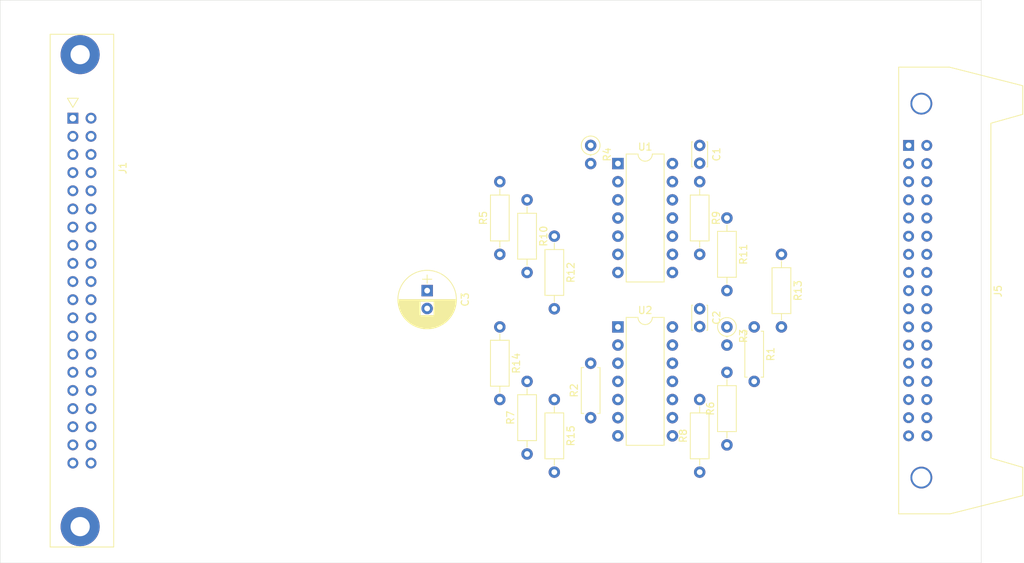
<source format=kicad_pcb>
(kicad_pcb (version 20171130) (host pcbnew "(5.1.6-0-10_14)")

  (general
    (thickness 1.6)
    (drawings 5)
    (tracks 0)
    (zones 0)
    (modules 22)
    (nets 51)
  )

  (page A4)
  (layers
    (0 F.Cu signal)
    (31 B.Cu signal)
    (32 B.Adhes user)
    (33 F.Adhes user)
    (34 B.Paste user)
    (35 F.Paste user)
    (36 B.SilkS user)
    (37 F.SilkS user)
    (38 B.Mask user)
    (39 F.Mask user)
    (40 Dwgs.User user)
    (41 Cmts.User user)
    (42 Eco1.User user)
    (43 Eco2.User user)
    (44 Edge.Cuts user)
    (45 Margin user)
    (46 B.CrtYd user)
    (47 F.CrtYd user)
    (48 B.Fab user)
    (49 F.Fab user hide)
  )

  (setup
    (last_trace_width 0.25)
    (trace_clearance 0.2)
    (zone_clearance 0.508)
    (zone_45_only no)
    (trace_min 0.2)
    (via_size 0.8)
    (via_drill 0.4)
    (via_min_size 0.4)
    (via_min_drill 0.3)
    (uvia_size 0.3)
    (uvia_drill 0.1)
    (uvias_allowed no)
    (uvia_min_size 0.2)
    (uvia_min_drill 0.1)
    (edge_width 0.05)
    (segment_width 0.2)
    (pcb_text_width 0.3)
    (pcb_text_size 1.5 1.5)
    (mod_edge_width 0.12)
    (mod_text_size 1 1)
    (mod_text_width 0.15)
    (pad_size 1.524 1.524)
    (pad_drill 0.762)
    (pad_to_mask_clearance 0.05)
    (aux_axis_origin 0 0)
    (visible_elements FFFFFF7F)
    (pcbplotparams
      (layerselection 0x010fc_ffffffff)
      (usegerberextensions false)
      (usegerberattributes true)
      (usegerberadvancedattributes true)
      (creategerberjobfile true)
      (excludeedgelayer true)
      (linewidth 0.100000)
      (plotframeref false)
      (viasonmask false)
      (mode 1)
      (useauxorigin false)
      (hpglpennumber 1)
      (hpglpenspeed 20)
      (hpglpendiameter 15.000000)
      (psnegative false)
      (psa4output false)
      (plotreference true)
      (plotvalue true)
      (plotinvisibletext false)
      (padsonsilk false)
      (subtractmaskfromsilk false)
      (outputformat 1)
      (mirror false)
      (drillshape 1)
      (scaleselection 1)
      (outputdirectory ""))
  )

  (net 0 "")
  (net 1 GND)
  (net 2 +5V)
  (net 3 +3V3)
  (net 4 /PI_WE)
  (net 5 "Net-(J1-Pad5)")
  (net 6 /PI_SEEK)
  (net 7 "Net-(J1-Pad8)")
  (net 8 /PI_DIR)
  (net 9 "Net-(J1-Pad11)")
  (net 10 /PI_LOAD)
  (net 11 /PI_TRACK0)
  (net 12 /PI_WR_PROT)
  (net 13 /PI_DRV_SEL)
  (net 14 /PI_INDEX)
  (net 15 /PI_WR_DATA)
  (net 16 /PI_RD_DATA)
  (net 17 /PI_SIDE_SEL)
  (net 18 "Net-(J1-Pad23)")
  (net 19 "Net-(J1-Pad24)")
  (net 20 "Net-(J1-Pad26)")
  (net 21 "Net-(J1-Pad27)")
  (net 22 "Net-(J1-Pad28)")
  (net 23 "Net-(J1-Pad29)")
  (net 24 "Net-(J1-Pad31)")
  (net 25 "Net-(J1-Pad32)")
  (net 26 "Net-(J1-Pad33)")
  (net 27 "Net-(J1-Pad35)")
  (net 28 "Net-(J1-Pad36)")
  (net 29 "Net-(J1-Pad37)")
  (net 30 "Net-(J1-Pad38)")
  (net 31 "Net-(J1-Pad40)")
  (net 32 "Net-(J5-Pad2)")
  (net 33 "Net-(J5-Pad4)")
  (net 34 "Net-(J5-Pad6)")
  (net 35 /INDEX)
  (net 36 /DRV_SEL0)
  (net 37 /DRV_SEL1)
  (net 38 "Net-(J5-Pad14)")
  (net 39 /LOAD_HEAD)
  (net 40 /DIRECTION)
  (net 41 /SEEK_STEP)
  (net 42 /WR_DATA)
  (net 43 /WR_EN)
  (net 44 /TRACK0)
  (net 45 /WR_PROT)
  (net 46 /RD_DATA)
  (net 47 /SIDE_SEL)
  (net 48 "Net-(J5-Pad34)")
  (net 49 /PI_WR_EN)
  (net 50 "Net-(U2-Pad8)")

  (net_class Default "This is the default net class."
    (clearance 0.2)
    (trace_width 0.25)
    (via_dia 0.8)
    (via_drill 0.4)
    (uvia_dia 0.3)
    (uvia_drill 0.1)
    (add_net +3V3)
    (add_net +5V)
    (add_net /DIRECTION)
    (add_net /DRV_SEL0)
    (add_net /DRV_SEL1)
    (add_net /INDEX)
    (add_net /LOAD_HEAD)
    (add_net /PI_DIR)
    (add_net /PI_DRV_SEL)
    (add_net /PI_INDEX)
    (add_net /PI_LOAD)
    (add_net /PI_RD_DATA)
    (add_net /PI_SEEK)
    (add_net /PI_SIDE_SEL)
    (add_net /PI_TRACK0)
    (add_net /PI_WE)
    (add_net /PI_WR_DATA)
    (add_net /PI_WR_EN)
    (add_net /PI_WR_PROT)
    (add_net /RD_DATA)
    (add_net /SEEK_STEP)
    (add_net /SIDE_SEL)
    (add_net /TRACK0)
    (add_net /WR_DATA)
    (add_net /WR_EN)
    (add_net /WR_PROT)
    (add_net GND)
    (add_net "Net-(J1-Pad11)")
    (add_net "Net-(J1-Pad23)")
    (add_net "Net-(J1-Pad24)")
    (add_net "Net-(J1-Pad26)")
    (add_net "Net-(J1-Pad27)")
    (add_net "Net-(J1-Pad28)")
    (add_net "Net-(J1-Pad29)")
    (add_net "Net-(J1-Pad31)")
    (add_net "Net-(J1-Pad32)")
    (add_net "Net-(J1-Pad33)")
    (add_net "Net-(J1-Pad35)")
    (add_net "Net-(J1-Pad36)")
    (add_net "Net-(J1-Pad37)")
    (add_net "Net-(J1-Pad38)")
    (add_net "Net-(J1-Pad40)")
    (add_net "Net-(J1-Pad5)")
    (add_net "Net-(J1-Pad8)")
    (add_net "Net-(J5-Pad14)")
    (add_net "Net-(J5-Pad2)")
    (add_net "Net-(J5-Pad34)")
    (add_net "Net-(J5-Pad4)")
    (add_net "Net-(J5-Pad6)")
    (add_net "Net-(U2-Pad8)")
  )

  (module Resistors_ThroughHole:R_Axial_DIN0207_L6.3mm_D2.5mm_P10.16mm_Horizontal (layer F.Cu) (tedit 5874F706) (tstamp 5FAF22F1)
    (at 146.05 91.44 90)
    (descr "Resistor, Axial_DIN0207 series, Axial, Horizontal, pin pitch=10.16mm, 0.25W = 1/4W, length*diameter=6.3*2.5mm^2, http://cdn-reichelt.de/documents/datenblatt/B400/1_4W%23YAG.pdf")
    (tags "Resistor Axial_DIN0207 series Axial Horizontal pin pitch 10.16mm 0.25W = 1/4W length 6.3mm diameter 2.5mm")
    (path /5FE62AF6)
    (fp_text reference R5 (at 5.08 -2.31 90) (layer F.SilkS)
      (effects (font (size 1 1) (thickness 0.15)))
    )
    (fp_text value 330R (at 5.08 2.31 90) (layer F.Fab)
      (effects (font (size 1 1) (thickness 0.15)))
    )
    (fp_line (start 11.25 -1.6) (end -1.05 -1.6) (layer F.CrtYd) (width 0.05))
    (fp_line (start 11.25 1.6) (end 11.25 -1.6) (layer F.CrtYd) (width 0.05))
    (fp_line (start -1.05 1.6) (end 11.25 1.6) (layer F.CrtYd) (width 0.05))
    (fp_line (start -1.05 -1.6) (end -1.05 1.6) (layer F.CrtYd) (width 0.05))
    (fp_line (start 9.18 0) (end 8.29 0) (layer F.SilkS) (width 0.12))
    (fp_line (start 0.98 0) (end 1.87 0) (layer F.SilkS) (width 0.12))
    (fp_line (start 8.29 -1.31) (end 1.87 -1.31) (layer F.SilkS) (width 0.12))
    (fp_line (start 8.29 1.31) (end 8.29 -1.31) (layer F.SilkS) (width 0.12))
    (fp_line (start 1.87 1.31) (end 8.29 1.31) (layer F.SilkS) (width 0.12))
    (fp_line (start 1.87 -1.31) (end 1.87 1.31) (layer F.SilkS) (width 0.12))
    (fp_line (start 10.16 0) (end 8.23 0) (layer F.Fab) (width 0.1))
    (fp_line (start 0 0) (end 1.93 0) (layer F.Fab) (width 0.1))
    (fp_line (start 8.23 -1.25) (end 1.93 -1.25) (layer F.Fab) (width 0.1))
    (fp_line (start 8.23 1.25) (end 8.23 -1.25) (layer F.Fab) (width 0.1))
    (fp_line (start 1.93 1.25) (end 8.23 1.25) (layer F.Fab) (width 0.1))
    (fp_line (start 1.93 -1.25) (end 1.93 1.25) (layer F.Fab) (width 0.1))
    (pad 1 thru_hole circle (at 0 0 90) (size 1.6 1.6) (drill 0.8) (layers *.Cu *.Mask)
      (net 3 +3V3))
    (pad 2 thru_hole oval (at 10.16 0 90) (size 1.6 1.6) (drill 0.8) (layers *.Cu *.Mask)
      (net 14 /PI_INDEX))
    (model ${KISYS3DMOD}/Resistors_THT.3dshapes/R_Axial_DIN0207_L6.3mm_D2.5mm_P10.16mm_Horizontal.wrl
      (at (xyz 0 0 0))
      (scale (xyz 0.393701 0.393701 0.393701))
      (rotate (xyz 0 0 0))
    )
  )

  (module Resistors_ThroughHole:R_Axial_DIN0207_L6.3mm_D2.5mm_P7.62mm_Horizontal (layer F.Cu) (tedit 5874F706) (tstamp 5FAF22E5)
    (at 181.61 101.6 270)
    (descr "Resistor, Axial_DIN0207 series, Axial, Horizontal, pin pitch=7.62mm, 0.25W = 1/4W, length*diameter=6.3*2.5mm^2, http://cdn-reichelt.de/documents/datenblatt/B400/1_4W%23YAG.pdf")
    (tags "Resistor Axial_DIN0207 series Axial Horizontal pin pitch 7.62mm 0.25W = 1/4W length 6.3mm diameter 2.5mm")
    (path /5FB02150)
    (fp_text reference R1 (at 3.81 -2.31 90) (layer F.SilkS)
      (effects (font (size 1 1) (thickness 0.15)))
    )
    (fp_text value 150R (at 3.81 2.31 90) (layer F.Fab)
      (effects (font (size 1 1) (thickness 0.15)))
    )
    (fp_line (start 8.7 -1.6) (end -1.05 -1.6) (layer F.CrtYd) (width 0.05))
    (fp_line (start 8.7 1.6) (end 8.7 -1.6) (layer F.CrtYd) (width 0.05))
    (fp_line (start -1.05 1.6) (end 8.7 1.6) (layer F.CrtYd) (width 0.05))
    (fp_line (start -1.05 -1.6) (end -1.05 1.6) (layer F.CrtYd) (width 0.05))
    (fp_line (start 7.02 1.31) (end 7.02 0.98) (layer F.SilkS) (width 0.12))
    (fp_line (start 0.6 1.31) (end 7.02 1.31) (layer F.SilkS) (width 0.12))
    (fp_line (start 0.6 0.98) (end 0.6 1.31) (layer F.SilkS) (width 0.12))
    (fp_line (start 7.02 -1.31) (end 7.02 -0.98) (layer F.SilkS) (width 0.12))
    (fp_line (start 0.6 -1.31) (end 7.02 -1.31) (layer F.SilkS) (width 0.12))
    (fp_line (start 0.6 -0.98) (end 0.6 -1.31) (layer F.SilkS) (width 0.12))
    (fp_line (start 7.62 0) (end 6.96 0) (layer F.Fab) (width 0.1))
    (fp_line (start 0 0) (end 0.66 0) (layer F.Fab) (width 0.1))
    (fp_line (start 6.96 -1.25) (end 0.66 -1.25) (layer F.Fab) (width 0.1))
    (fp_line (start 6.96 1.25) (end 6.96 -1.25) (layer F.Fab) (width 0.1))
    (fp_line (start 0.66 1.25) (end 6.96 1.25) (layer F.Fab) (width 0.1))
    (fp_line (start 0.66 -1.25) (end 0.66 1.25) (layer F.Fab) (width 0.1))
    (pad 1 thru_hole circle (at 0 0 270) (size 1.6 1.6) (drill 0.8) (layers *.Cu *.Mask)
      (net 2 +5V))
    (pad 2 thru_hole oval (at 7.62 0 270) (size 1.6 1.6) (drill 0.8) (layers *.Cu *.Mask)
      (net 46 /RD_DATA))
    (model ${KISYS3DMOD}/Resistors_THT.3dshapes/R_Axial_DIN0207_L6.3mm_D2.5mm_P7.62mm_Horizontal.wrl
      (at (xyz 0 0 0))
      (scale (xyz 0.393701 0.393701 0.393701))
      (rotate (xyz 0 0 0))
    )
  )

  (module Resistors_ThroughHole:R_Axial_DIN0207_L6.3mm_D2.5mm_P7.62mm_Horizontal (layer F.Cu) (tedit 5874F706) (tstamp 5FAF22E8)
    (at 158.75 114.3 90)
    (descr "Resistor, Axial_DIN0207 series, Axial, Horizontal, pin pitch=7.62mm, 0.25W = 1/4W, length*diameter=6.3*2.5mm^2, http://cdn-reichelt.de/documents/datenblatt/B400/1_4W%23YAG.pdf")
    (tags "Resistor Axial_DIN0207 series Axial Horizontal pin pitch 7.62mm 0.25W = 1/4W length 6.3mm diameter 2.5mm")
    (path /5FAFFC85)
    (fp_text reference R2 (at 3.81 -2.31 90) (layer F.SilkS)
      (effects (font (size 1 1) (thickness 0.15)))
    )
    (fp_text value 150R (at 3.81 2.31 90) (layer F.Fab)
      (effects (font (size 1 1) (thickness 0.15)))
    )
    (fp_line (start 8.7 -1.6) (end -1.05 -1.6) (layer F.CrtYd) (width 0.05))
    (fp_line (start 8.7 1.6) (end 8.7 -1.6) (layer F.CrtYd) (width 0.05))
    (fp_line (start -1.05 1.6) (end 8.7 1.6) (layer F.CrtYd) (width 0.05))
    (fp_line (start -1.05 -1.6) (end -1.05 1.6) (layer F.CrtYd) (width 0.05))
    (fp_line (start 7.02 1.31) (end 7.02 0.98) (layer F.SilkS) (width 0.12))
    (fp_line (start 0.6 1.31) (end 7.02 1.31) (layer F.SilkS) (width 0.12))
    (fp_line (start 0.6 0.98) (end 0.6 1.31) (layer F.SilkS) (width 0.12))
    (fp_line (start 7.02 -1.31) (end 7.02 -0.98) (layer F.SilkS) (width 0.12))
    (fp_line (start 0.6 -1.31) (end 7.02 -1.31) (layer F.SilkS) (width 0.12))
    (fp_line (start 0.6 -0.98) (end 0.6 -1.31) (layer F.SilkS) (width 0.12))
    (fp_line (start 7.62 0) (end 6.96 0) (layer F.Fab) (width 0.1))
    (fp_line (start 0 0) (end 0.66 0) (layer F.Fab) (width 0.1))
    (fp_line (start 6.96 -1.25) (end 0.66 -1.25) (layer F.Fab) (width 0.1))
    (fp_line (start 6.96 1.25) (end 6.96 -1.25) (layer F.Fab) (width 0.1))
    (fp_line (start 0.66 1.25) (end 6.96 1.25) (layer F.Fab) (width 0.1))
    (fp_line (start 0.66 -1.25) (end 0.66 1.25) (layer F.Fab) (width 0.1))
    (pad 1 thru_hole circle (at 0 0 90) (size 1.6 1.6) (drill 0.8) (layers *.Cu *.Mask)
      (net 2 +5V))
    (pad 2 thru_hole oval (at 7.62 0 90) (size 1.6 1.6) (drill 0.8) (layers *.Cu *.Mask)
      (net 45 /WR_PROT))
    (model ${KISYS3DMOD}/Resistors_THT.3dshapes/R_Axial_DIN0207_L6.3mm_D2.5mm_P7.62mm_Horizontal.wrl
      (at (xyz 0 0 0))
      (scale (xyz 0.393701 0.393701 0.393701))
      (rotate (xyz 0 0 0))
    )
  )

  (module Resistors_ThroughHole:R_Axial_DIN0207_L6.3mm_D2.5mm_P2.54mm_Vertical (layer F.Cu) (tedit 5874F706) (tstamp 5FAF22EB)
    (at 177.8 101.6 270)
    (descr "Resistor, Axial_DIN0207 series, Axial, Vertical, pin pitch=2.54mm, 0.25W = 1/4W, length*diameter=6.3*2.5mm^2, http://cdn-reichelt.de/documents/datenblatt/B400/1_4W%23YAG.pdf")
    (tags "Resistor Axial_DIN0207 series Axial Vertical pin pitch 2.54mm 0.25W = 1/4W length 6.3mm diameter 2.5mm")
    (path /5FB00C74)
    (fp_text reference R3 (at 1.27 -2.31 90) (layer F.SilkS)
      (effects (font (size 1 1) (thickness 0.15)))
    )
    (fp_text value 150R (at 1.27 2.31 90) (layer F.Fab)
      (effects (font (size 1 1) (thickness 0.15)))
    )
    (fp_line (start 3.65 -1.6) (end -1.6 -1.6) (layer F.CrtYd) (width 0.05))
    (fp_line (start 3.65 1.6) (end 3.65 -1.6) (layer F.CrtYd) (width 0.05))
    (fp_line (start -1.6 1.6) (end 3.65 1.6) (layer F.CrtYd) (width 0.05))
    (fp_line (start -1.6 -1.6) (end -1.6 1.6) (layer F.CrtYd) (width 0.05))
    (fp_line (start 1.31 0) (end 1.44 0) (layer F.SilkS) (width 0.12))
    (fp_line (start 0 0) (end 2.54 0) (layer F.Fab) (width 0.1))
    (fp_circle (center 0 0) (end 1.31 0) (layer F.SilkS) (width 0.12))
    (fp_circle (center 0 0) (end 1.25 0) (layer F.Fab) (width 0.1))
    (pad 1 thru_hole circle (at 0 0 270) (size 1.6 1.6) (drill 0.8) (layers *.Cu *.Mask)
      (net 2 +5V))
    (pad 2 thru_hole oval (at 2.54 0 270) (size 1.6 1.6) (drill 0.8) (layers *.Cu *.Mask)
      (net 44 /TRACK0))
    (model ${KISYS3DMOD}/Resistors_THT.3dshapes/R_Axial_DIN0207_L6.3mm_D2.5mm_P2.54mm_Vertical.wrl
      (at (xyz 0 0 0))
      (scale (xyz 0.393701 0.393701 0.393701))
      (rotate (xyz 0 0 0))
    )
  )

  (module Resistors_ThroughHole:R_Axial_DIN0207_L6.3mm_D2.5mm_P2.54mm_Vertical (layer F.Cu) (tedit 5874F706) (tstamp 5FAF22EE)
    (at 158.75 76.2 270)
    (descr "Resistor, Axial_DIN0207 series, Axial, Vertical, pin pitch=2.54mm, 0.25W = 1/4W, length*diameter=6.3*2.5mm^2, http://cdn-reichelt.de/documents/datenblatt/B400/1_4W%23YAG.pdf")
    (tags "Resistor Axial_DIN0207 series Axial Vertical pin pitch 2.54mm 0.25W = 1/4W length 6.3mm diameter 2.5mm")
    (path /5FB01322)
    (fp_text reference R4 (at 1.27 -2.31 90) (layer F.SilkS)
      (effects (font (size 1 1) (thickness 0.15)))
    )
    (fp_text value 150R (at 1.27 2.31 90) (layer F.Fab)
      (effects (font (size 1 1) (thickness 0.15)))
    )
    (fp_line (start 3.65 -1.6) (end -1.6 -1.6) (layer F.CrtYd) (width 0.05))
    (fp_line (start 3.65 1.6) (end 3.65 -1.6) (layer F.CrtYd) (width 0.05))
    (fp_line (start -1.6 1.6) (end 3.65 1.6) (layer F.CrtYd) (width 0.05))
    (fp_line (start -1.6 -1.6) (end -1.6 1.6) (layer F.CrtYd) (width 0.05))
    (fp_line (start 1.31 0) (end 1.44 0) (layer F.SilkS) (width 0.12))
    (fp_line (start 0 0) (end 2.54 0) (layer F.Fab) (width 0.1))
    (fp_circle (center 0 0) (end 1.31 0) (layer F.SilkS) (width 0.12))
    (fp_circle (center 0 0) (end 1.25 0) (layer F.Fab) (width 0.1))
    (pad 1 thru_hole circle (at 0 0 270) (size 1.6 1.6) (drill 0.8) (layers *.Cu *.Mask)
      (net 2 +5V))
    (pad 2 thru_hole oval (at 2.54 0 270) (size 1.6 1.6) (drill 0.8) (layers *.Cu *.Mask)
      (net 35 /INDEX))
    (model ${KISYS3DMOD}/Resistors_THT.3dshapes/R_Axial_DIN0207_L6.3mm_D2.5mm_P2.54mm_Vertical.wrl
      (at (xyz 0 0 0))
      (scale (xyz 0.393701 0.393701 0.393701))
      (rotate (xyz 0 0 0))
    )
  )

  (module Housings_DIP:DIP-14_W7.62mm (layer F.Cu) (tedit 59C78D6B) (tstamp 5FAF2315)
    (at 162.56 101.6)
    (descr "14-lead though-hole mounted DIP package, row spacing 7.62 mm (300 mils)")
    (tags "THT DIP DIL PDIP 2.54mm 7.62mm 300mil")
    (path /5FB1491C)
    (fp_text reference U2 (at 3.81 -2.33) (layer F.SilkS)
      (effects (font (size 1 1) (thickness 0.15)))
    )
    (fp_text value 74LS06 (at 3.81 17.57) (layer F.Fab)
      (effects (font (size 1 1) (thickness 0.15)))
    )
    (fp_line (start 8.7 -1.55) (end -1.1 -1.55) (layer F.CrtYd) (width 0.05))
    (fp_line (start 8.7 16.8) (end 8.7 -1.55) (layer F.CrtYd) (width 0.05))
    (fp_line (start -1.1 16.8) (end 8.7 16.8) (layer F.CrtYd) (width 0.05))
    (fp_line (start -1.1 -1.55) (end -1.1 16.8) (layer F.CrtYd) (width 0.05))
    (fp_line (start 6.46 -1.33) (end 4.81 -1.33) (layer F.SilkS) (width 0.12))
    (fp_line (start 6.46 16.57) (end 6.46 -1.33) (layer F.SilkS) (width 0.12))
    (fp_line (start 1.16 16.57) (end 6.46 16.57) (layer F.SilkS) (width 0.12))
    (fp_line (start 1.16 -1.33) (end 1.16 16.57) (layer F.SilkS) (width 0.12))
    (fp_line (start 2.81 -1.33) (end 1.16 -1.33) (layer F.SilkS) (width 0.12))
    (fp_line (start 0.635 -0.27) (end 1.635 -1.27) (layer F.Fab) (width 0.1))
    (fp_line (start 0.635 16.51) (end 0.635 -0.27) (layer F.Fab) (width 0.1))
    (fp_line (start 6.985 16.51) (end 0.635 16.51) (layer F.Fab) (width 0.1))
    (fp_line (start 6.985 -1.27) (end 6.985 16.51) (layer F.Fab) (width 0.1))
    (fp_line (start 1.635 -1.27) (end 6.985 -1.27) (layer F.Fab) (width 0.1))
    (fp_arc (start 3.81 -1.33) (end 2.81 -1.33) (angle -180) (layer F.SilkS) (width 0.12))
    (fp_text user %R (at 3.81 7.62) (layer F.Fab)
      (effects (font (size 1 1) (thickness 0.15)))
    )
    (pad 1 thru_hole rect (at 0 0) (size 1.6 1.6) (drill 0.8) (layers *.Cu *.Mask)
      (net 49 /PI_WR_EN))
    (pad 8 thru_hole oval (at 7.62 15.24) (size 1.6 1.6) (drill 0.8) (layers *.Cu *.Mask)
      (net 50 "Net-(U2-Pad8)"))
    (pad 2 thru_hole oval (at 0 2.54) (size 1.6 1.6) (drill 0.8) (layers *.Cu *.Mask)
      (net 43 /WR_EN))
    (pad 9 thru_hole oval (at 7.62 12.7) (size 1.6 1.6) (drill 0.8) (layers *.Cu *.Mask)
      (net 1 GND))
    (pad 3 thru_hole oval (at 0 5.08) (size 1.6 1.6) (drill 0.8) (layers *.Cu *.Mask)
      (net 45 /WR_PROT))
    (pad 10 thru_hole oval (at 7.62 10.16) (size 1.6 1.6) (drill 0.8) (layers *.Cu *.Mask)
      (net 16 /PI_RD_DATA))
    (pad 4 thru_hole oval (at 0 7.62) (size 1.6 1.6) (drill 0.8) (layers *.Cu *.Mask)
      (net 12 /PI_WR_PROT))
    (pad 11 thru_hole oval (at 7.62 7.62) (size 1.6 1.6) (drill 0.8) (layers *.Cu *.Mask)
      (net 46 /RD_DATA))
    (pad 5 thru_hole oval (at 0 10.16) (size 1.6 1.6) (drill 0.8) (layers *.Cu *.Mask)
      (net 17 /PI_SIDE_SEL))
    (pad 12 thru_hole oval (at 7.62 5.08) (size 1.6 1.6) (drill 0.8) (layers *.Cu *.Mask)
      (net 11 /PI_TRACK0))
    (pad 6 thru_hole oval (at 0 12.7) (size 1.6 1.6) (drill 0.8) (layers *.Cu *.Mask)
      (net 47 /SIDE_SEL))
    (pad 13 thru_hole oval (at 7.62 2.54) (size 1.6 1.6) (drill 0.8) (layers *.Cu *.Mask)
      (net 44 /TRACK0))
    (pad 7 thru_hole oval (at 0 15.24) (size 1.6 1.6) (drill 0.8) (layers *.Cu *.Mask)
      (net 1 GND))
    (pad 14 thru_hole oval (at 7.62 0) (size 1.6 1.6) (drill 0.8) (layers *.Cu *.Mask)
      (net 2 +5V))
    (model ${KISYS3DMOD}/Housings_DIP.3dshapes/DIP-14_W7.62mm.wrl
      (at (xyz 0 0 0))
      (scale (xyz 1 1 1))
      (rotate (xyz 0 0 0))
    )
  )

  (module Housings_DIP:DIP-14_W7.62mm (layer F.Cu) (tedit 59C78D6B) (tstamp 5FAF2312)
    (at 162.56 78.74)
    (descr "14-lead though-hole mounted DIP package, row spacing 7.62 mm (300 mils)")
    (tags "THT DIP DIL PDIP 2.54mm 7.62mm 300mil")
    (path /5FB11144)
    (fp_text reference U1 (at 3.81 -2.33) (layer F.SilkS)
      (effects (font (size 1 1) (thickness 0.15)))
    )
    (fp_text value 74LS06 (at 3.81 17.57) (layer F.Fab)
      (effects (font (size 1 1) (thickness 0.15)))
    )
    (fp_line (start 8.7 -1.55) (end -1.1 -1.55) (layer F.CrtYd) (width 0.05))
    (fp_line (start 8.7 16.8) (end 8.7 -1.55) (layer F.CrtYd) (width 0.05))
    (fp_line (start -1.1 16.8) (end 8.7 16.8) (layer F.CrtYd) (width 0.05))
    (fp_line (start -1.1 -1.55) (end -1.1 16.8) (layer F.CrtYd) (width 0.05))
    (fp_line (start 6.46 -1.33) (end 4.81 -1.33) (layer F.SilkS) (width 0.12))
    (fp_line (start 6.46 16.57) (end 6.46 -1.33) (layer F.SilkS) (width 0.12))
    (fp_line (start 1.16 16.57) (end 6.46 16.57) (layer F.SilkS) (width 0.12))
    (fp_line (start 1.16 -1.33) (end 1.16 16.57) (layer F.SilkS) (width 0.12))
    (fp_line (start 2.81 -1.33) (end 1.16 -1.33) (layer F.SilkS) (width 0.12))
    (fp_line (start 0.635 -0.27) (end 1.635 -1.27) (layer F.Fab) (width 0.1))
    (fp_line (start 0.635 16.51) (end 0.635 -0.27) (layer F.Fab) (width 0.1))
    (fp_line (start 6.985 16.51) (end 0.635 16.51) (layer F.Fab) (width 0.1))
    (fp_line (start 6.985 -1.27) (end 6.985 16.51) (layer F.Fab) (width 0.1))
    (fp_line (start 1.635 -1.27) (end 6.985 -1.27) (layer F.Fab) (width 0.1))
    (fp_arc (start 3.81 -1.33) (end 2.81 -1.33) (angle -180) (layer F.SilkS) (width 0.12))
    (fp_text user %R (at 3.81 7.62) (layer F.Fab)
      (effects (font (size 1 1) (thickness 0.15)))
    )
    (pad 1 thru_hole rect (at 0 0) (size 1.6 1.6) (drill 0.8) (layers *.Cu *.Mask)
      (net 35 /INDEX))
    (pad 8 thru_hole oval (at 7.62 15.24) (size 1.6 1.6) (drill 0.8) (layers *.Cu *.Mask)
      (net 42 /WR_DATA))
    (pad 2 thru_hole oval (at 0 2.54) (size 1.6 1.6) (drill 0.8) (layers *.Cu *.Mask)
      (net 14 /PI_INDEX))
    (pad 9 thru_hole oval (at 7.62 12.7) (size 1.6 1.6) (drill 0.8) (layers *.Cu *.Mask)
      (net 15 /PI_WR_DATA))
    (pad 3 thru_hole oval (at 0 5.08) (size 1.6 1.6) (drill 0.8) (layers *.Cu *.Mask)
      (net 10 /PI_LOAD))
    (pad 10 thru_hole oval (at 7.62 10.16) (size 1.6 1.6) (drill 0.8) (layers *.Cu *.Mask)
      (net 40 /DIRECTION))
    (pad 4 thru_hole oval (at 0 7.62) (size 1.6 1.6) (drill 0.8) (layers *.Cu *.Mask)
      (net 39 /LOAD_HEAD))
    (pad 11 thru_hole oval (at 7.62 7.62) (size 1.6 1.6) (drill 0.8) (layers *.Cu *.Mask)
      (net 8 /PI_DIR))
    (pad 5 thru_hole oval (at 0 10.16) (size 1.6 1.6) (drill 0.8) (layers *.Cu *.Mask)
      (net 6 /PI_SEEK))
    (pad 12 thru_hole oval (at 7.62 5.08) (size 1.6 1.6) (drill 0.8) (layers *.Cu *.Mask)
      (net 36 /DRV_SEL0))
    (pad 6 thru_hole oval (at 0 12.7) (size 1.6 1.6) (drill 0.8) (layers *.Cu *.Mask)
      (net 41 /SEEK_STEP))
    (pad 13 thru_hole oval (at 7.62 2.54) (size 1.6 1.6) (drill 0.8) (layers *.Cu *.Mask)
      (net 13 /PI_DRV_SEL))
    (pad 7 thru_hole oval (at 0 15.24) (size 1.6 1.6) (drill 0.8) (layers *.Cu *.Mask)
      (net 1 GND))
    (pad 14 thru_hole oval (at 7.62 0) (size 1.6 1.6) (drill 0.8) (layers *.Cu *.Mask)
      (net 2 +5V))
    (model ${KISYS3DMOD}/Housings_DIP.3dshapes/DIP-14_W7.62mm.wrl
      (at (xyz 0 0 0))
      (scale (xyz 1 1 1))
      (rotate (xyz 0 0 0))
    )
  )

  (module Resistors_ThroughHole:R_Axial_DIN0207_L6.3mm_D2.5mm_P10.16mm_Horizontal (layer F.Cu) (tedit 5874F706) (tstamp 5FAF230F)
    (at 153.67 111.76 270)
    (descr "Resistor, Axial_DIN0207 series, Axial, Horizontal, pin pitch=10.16mm, 0.25W = 1/4W, length*diameter=6.3*2.5mm^2, http://cdn-reichelt.de/documents/datenblatt/B400/1_4W%23YAG.pdf")
    (tags "Resistor Axial_DIN0207 series Axial Horizontal pin pitch 10.16mm 0.25W = 1/4W length 6.3mm diameter 2.5mm")
    (path /5FF1BF35)
    (fp_text reference R15 (at 5.08 -2.31 90) (layer F.SilkS)
      (effects (font (size 1 1) (thickness 0.15)))
    )
    (fp_text value 10K (at 5.08 2.31 90) (layer F.Fab)
      (effects (font (size 1 1) (thickness 0.15)))
    )
    (fp_line (start 11.25 -1.6) (end -1.05 -1.6) (layer F.CrtYd) (width 0.05))
    (fp_line (start 11.25 1.6) (end 11.25 -1.6) (layer F.CrtYd) (width 0.05))
    (fp_line (start -1.05 1.6) (end 11.25 1.6) (layer F.CrtYd) (width 0.05))
    (fp_line (start -1.05 -1.6) (end -1.05 1.6) (layer F.CrtYd) (width 0.05))
    (fp_line (start 9.18 0) (end 8.29 0) (layer F.SilkS) (width 0.12))
    (fp_line (start 0.98 0) (end 1.87 0) (layer F.SilkS) (width 0.12))
    (fp_line (start 8.29 -1.31) (end 1.87 -1.31) (layer F.SilkS) (width 0.12))
    (fp_line (start 8.29 1.31) (end 8.29 -1.31) (layer F.SilkS) (width 0.12))
    (fp_line (start 1.87 1.31) (end 8.29 1.31) (layer F.SilkS) (width 0.12))
    (fp_line (start 1.87 -1.31) (end 1.87 1.31) (layer F.SilkS) (width 0.12))
    (fp_line (start 10.16 0) (end 8.23 0) (layer F.Fab) (width 0.1))
    (fp_line (start 0 0) (end 1.93 0) (layer F.Fab) (width 0.1))
    (fp_line (start 8.23 -1.25) (end 1.93 -1.25) (layer F.Fab) (width 0.1))
    (fp_line (start 8.23 1.25) (end 8.23 -1.25) (layer F.Fab) (width 0.1))
    (fp_line (start 1.93 1.25) (end 8.23 1.25) (layer F.Fab) (width 0.1))
    (fp_line (start 1.93 -1.25) (end 1.93 1.25) (layer F.Fab) (width 0.1))
    (pad 1 thru_hole circle (at 0 0 270) (size 1.6 1.6) (drill 0.8) (layers *.Cu *.Mask)
      (net 17 /PI_SIDE_SEL))
    (pad 2 thru_hole oval (at 10.16 0 270) (size 1.6 1.6) (drill 0.8) (layers *.Cu *.Mask)
      (net 1 GND))
    (model ${KISYS3DMOD}/Resistors_THT.3dshapes/R_Axial_DIN0207_L6.3mm_D2.5mm_P10.16mm_Horizontal.wrl
      (at (xyz 0 0 0))
      (scale (xyz 0.393701 0.393701 0.393701))
      (rotate (xyz 0 0 0))
    )
  )

  (module Resistors_ThroughHole:R_Axial_DIN0207_L6.3mm_D2.5mm_P10.16mm_Horizontal (layer F.Cu) (tedit 5874F706) (tstamp 5FAF230C)
    (at 146.05 101.6 270)
    (descr "Resistor, Axial_DIN0207 series, Axial, Horizontal, pin pitch=10.16mm, 0.25W = 1/4W, length*diameter=6.3*2.5mm^2, http://cdn-reichelt.de/documents/datenblatt/B400/1_4W%23YAG.pdf")
    (tags "Resistor Axial_DIN0207 series Axial Horizontal pin pitch 10.16mm 0.25W = 1/4W length 6.3mm diameter 2.5mm")
    (path /5FF11BFA)
    (fp_text reference R14 (at 5.08 -2.31 90) (layer F.SilkS)
      (effects (font (size 1 1) (thickness 0.15)))
    )
    (fp_text value 10K (at 5.08 2.31 90) (layer F.Fab)
      (effects (font (size 1 1) (thickness 0.15)))
    )
    (fp_line (start 11.25 -1.6) (end -1.05 -1.6) (layer F.CrtYd) (width 0.05))
    (fp_line (start 11.25 1.6) (end 11.25 -1.6) (layer F.CrtYd) (width 0.05))
    (fp_line (start -1.05 1.6) (end 11.25 1.6) (layer F.CrtYd) (width 0.05))
    (fp_line (start -1.05 -1.6) (end -1.05 1.6) (layer F.CrtYd) (width 0.05))
    (fp_line (start 9.18 0) (end 8.29 0) (layer F.SilkS) (width 0.12))
    (fp_line (start 0.98 0) (end 1.87 0) (layer F.SilkS) (width 0.12))
    (fp_line (start 8.29 -1.31) (end 1.87 -1.31) (layer F.SilkS) (width 0.12))
    (fp_line (start 8.29 1.31) (end 8.29 -1.31) (layer F.SilkS) (width 0.12))
    (fp_line (start 1.87 1.31) (end 8.29 1.31) (layer F.SilkS) (width 0.12))
    (fp_line (start 1.87 -1.31) (end 1.87 1.31) (layer F.SilkS) (width 0.12))
    (fp_line (start 10.16 0) (end 8.23 0) (layer F.Fab) (width 0.1))
    (fp_line (start 0 0) (end 1.93 0) (layer F.Fab) (width 0.1))
    (fp_line (start 8.23 -1.25) (end 1.93 -1.25) (layer F.Fab) (width 0.1))
    (fp_line (start 8.23 1.25) (end 8.23 -1.25) (layer F.Fab) (width 0.1))
    (fp_line (start 1.93 1.25) (end 8.23 1.25) (layer F.Fab) (width 0.1))
    (fp_line (start 1.93 -1.25) (end 1.93 1.25) (layer F.Fab) (width 0.1))
    (pad 1 thru_hole circle (at 0 0 270) (size 1.6 1.6) (drill 0.8) (layers *.Cu *.Mask)
      (net 49 /PI_WR_EN))
    (pad 2 thru_hole oval (at 10.16 0 270) (size 1.6 1.6) (drill 0.8) (layers *.Cu *.Mask)
      (net 1 GND))
    (model ${KISYS3DMOD}/Resistors_THT.3dshapes/R_Axial_DIN0207_L6.3mm_D2.5mm_P10.16mm_Horizontal.wrl
      (at (xyz 0 0 0))
      (scale (xyz 0.393701 0.393701 0.393701))
      (rotate (xyz 0 0 0))
    )
  )

  (module Resistors_ThroughHole:R_Axial_DIN0207_L6.3mm_D2.5mm_P10.16mm_Horizontal (layer F.Cu) (tedit 5874F706) (tstamp 5FAF2309)
    (at 185.42 91.44 270)
    (descr "Resistor, Axial_DIN0207 series, Axial, Horizontal, pin pitch=10.16mm, 0.25W = 1/4W, length*diameter=6.3*2.5mm^2, http://cdn-reichelt.de/documents/datenblatt/B400/1_4W%23YAG.pdf")
    (tags "Resistor Axial_DIN0207 series Axial Horizontal pin pitch 10.16mm 0.25W = 1/4W length 6.3mm diameter 2.5mm")
    (path /5FF5D56F)
    (fp_text reference R13 (at 5.08 -2.31 90) (layer F.SilkS)
      (effects (font (size 1 1) (thickness 0.15)))
    )
    (fp_text value 10K (at 5.08 2.31 90) (layer F.Fab)
      (effects (font (size 1 1) (thickness 0.15)))
    )
    (fp_line (start 11.25 -1.6) (end -1.05 -1.6) (layer F.CrtYd) (width 0.05))
    (fp_line (start 11.25 1.6) (end 11.25 -1.6) (layer F.CrtYd) (width 0.05))
    (fp_line (start -1.05 1.6) (end 11.25 1.6) (layer F.CrtYd) (width 0.05))
    (fp_line (start -1.05 -1.6) (end -1.05 1.6) (layer F.CrtYd) (width 0.05))
    (fp_line (start 9.18 0) (end 8.29 0) (layer F.SilkS) (width 0.12))
    (fp_line (start 0.98 0) (end 1.87 0) (layer F.SilkS) (width 0.12))
    (fp_line (start 8.29 -1.31) (end 1.87 -1.31) (layer F.SilkS) (width 0.12))
    (fp_line (start 8.29 1.31) (end 8.29 -1.31) (layer F.SilkS) (width 0.12))
    (fp_line (start 1.87 1.31) (end 8.29 1.31) (layer F.SilkS) (width 0.12))
    (fp_line (start 1.87 -1.31) (end 1.87 1.31) (layer F.SilkS) (width 0.12))
    (fp_line (start 10.16 0) (end 8.23 0) (layer F.Fab) (width 0.1))
    (fp_line (start 0 0) (end 1.93 0) (layer F.Fab) (width 0.1))
    (fp_line (start 8.23 -1.25) (end 1.93 -1.25) (layer F.Fab) (width 0.1))
    (fp_line (start 8.23 1.25) (end 8.23 -1.25) (layer F.Fab) (width 0.1))
    (fp_line (start 1.93 1.25) (end 8.23 1.25) (layer F.Fab) (width 0.1))
    (fp_line (start 1.93 -1.25) (end 1.93 1.25) (layer F.Fab) (width 0.1))
    (pad 1 thru_hole circle (at 0 0 270) (size 1.6 1.6) (drill 0.8) (layers *.Cu *.Mask)
      (net 15 /PI_WR_DATA))
    (pad 2 thru_hole oval (at 10.16 0 270) (size 1.6 1.6) (drill 0.8) (layers *.Cu *.Mask)
      (net 1 GND))
    (model ${KISYS3DMOD}/Resistors_THT.3dshapes/R_Axial_DIN0207_L6.3mm_D2.5mm_P10.16mm_Horizontal.wrl
      (at (xyz 0 0 0))
      (scale (xyz 0.393701 0.393701 0.393701))
      (rotate (xyz 0 0 0))
    )
  )

  (module Resistors_ThroughHole:R_Axial_DIN0207_L6.3mm_D2.5mm_P10.16mm_Horizontal (layer F.Cu) (tedit 5874F706) (tstamp 5FAF2306)
    (at 153.67 88.9 270)
    (descr "Resistor, Axial_DIN0207 series, Axial, Horizontal, pin pitch=10.16mm, 0.25W = 1/4W, length*diameter=6.3*2.5mm^2, http://cdn-reichelt.de/documents/datenblatt/B400/1_4W%23YAG.pdf")
    (tags "Resistor Axial_DIN0207 series Axial Horizontal pin pitch 10.16mm 0.25W = 1/4W length 6.3mm diameter 2.5mm")
    (path /5FE7AD8D)
    (fp_text reference R12 (at 5.08 -2.31 90) (layer F.SilkS)
      (effects (font (size 1 1) (thickness 0.15)))
    )
    (fp_text value 10K (at 5.08 2.31 90) (layer F.Fab)
      (effects (font (size 1 1) (thickness 0.15)))
    )
    (fp_line (start 11.25 -1.6) (end -1.05 -1.6) (layer F.CrtYd) (width 0.05))
    (fp_line (start 11.25 1.6) (end 11.25 -1.6) (layer F.CrtYd) (width 0.05))
    (fp_line (start -1.05 1.6) (end 11.25 1.6) (layer F.CrtYd) (width 0.05))
    (fp_line (start -1.05 -1.6) (end -1.05 1.6) (layer F.CrtYd) (width 0.05))
    (fp_line (start 9.18 0) (end 8.29 0) (layer F.SilkS) (width 0.12))
    (fp_line (start 0.98 0) (end 1.87 0) (layer F.SilkS) (width 0.12))
    (fp_line (start 8.29 -1.31) (end 1.87 -1.31) (layer F.SilkS) (width 0.12))
    (fp_line (start 8.29 1.31) (end 8.29 -1.31) (layer F.SilkS) (width 0.12))
    (fp_line (start 1.87 1.31) (end 8.29 1.31) (layer F.SilkS) (width 0.12))
    (fp_line (start 1.87 -1.31) (end 1.87 1.31) (layer F.SilkS) (width 0.12))
    (fp_line (start 10.16 0) (end 8.23 0) (layer F.Fab) (width 0.1))
    (fp_line (start 0 0) (end 1.93 0) (layer F.Fab) (width 0.1))
    (fp_line (start 8.23 -1.25) (end 1.93 -1.25) (layer F.Fab) (width 0.1))
    (fp_line (start 8.23 1.25) (end 8.23 -1.25) (layer F.Fab) (width 0.1))
    (fp_line (start 1.93 1.25) (end 8.23 1.25) (layer F.Fab) (width 0.1))
    (fp_line (start 1.93 -1.25) (end 1.93 1.25) (layer F.Fab) (width 0.1))
    (pad 1 thru_hole circle (at 0 0 270) (size 1.6 1.6) (drill 0.8) (layers *.Cu *.Mask)
      (net 6 /PI_SEEK))
    (pad 2 thru_hole oval (at 10.16 0 270) (size 1.6 1.6) (drill 0.8) (layers *.Cu *.Mask)
      (net 1 GND))
    (model ${KISYS3DMOD}/Resistors_THT.3dshapes/R_Axial_DIN0207_L6.3mm_D2.5mm_P10.16mm_Horizontal.wrl
      (at (xyz 0 0 0))
      (scale (xyz 0.393701 0.393701 0.393701))
      (rotate (xyz 0 0 0))
    )
  )

  (module Resistors_ThroughHole:R_Axial_DIN0207_L6.3mm_D2.5mm_P10.16mm_Horizontal (layer F.Cu) (tedit 5874F706) (tstamp 5FAF2303)
    (at 177.8 86.36 270)
    (descr "Resistor, Axial_DIN0207 series, Axial, Horizontal, pin pitch=10.16mm, 0.25W = 1/4W, length*diameter=6.3*2.5mm^2, http://cdn-reichelt.de/documents/datenblatt/B400/1_4W%23YAG.pdf")
    (tags "Resistor Axial_DIN0207 series Axial Horizontal pin pitch 10.16mm 0.25W = 1/4W length 6.3mm diameter 2.5mm")
    (path /5FE822BF)
    (fp_text reference R11 (at 5.08 -2.31 90) (layer F.SilkS)
      (effects (font (size 1 1) (thickness 0.15)))
    )
    (fp_text value 10K (at 5.08 2.31 90) (layer F.Fab)
      (effects (font (size 1 1) (thickness 0.15)))
    )
    (fp_line (start 11.25 -1.6) (end -1.05 -1.6) (layer F.CrtYd) (width 0.05))
    (fp_line (start 11.25 1.6) (end 11.25 -1.6) (layer F.CrtYd) (width 0.05))
    (fp_line (start -1.05 1.6) (end 11.25 1.6) (layer F.CrtYd) (width 0.05))
    (fp_line (start -1.05 -1.6) (end -1.05 1.6) (layer F.CrtYd) (width 0.05))
    (fp_line (start 9.18 0) (end 8.29 0) (layer F.SilkS) (width 0.12))
    (fp_line (start 0.98 0) (end 1.87 0) (layer F.SilkS) (width 0.12))
    (fp_line (start 8.29 -1.31) (end 1.87 -1.31) (layer F.SilkS) (width 0.12))
    (fp_line (start 8.29 1.31) (end 8.29 -1.31) (layer F.SilkS) (width 0.12))
    (fp_line (start 1.87 1.31) (end 8.29 1.31) (layer F.SilkS) (width 0.12))
    (fp_line (start 1.87 -1.31) (end 1.87 1.31) (layer F.SilkS) (width 0.12))
    (fp_line (start 10.16 0) (end 8.23 0) (layer F.Fab) (width 0.1))
    (fp_line (start 0 0) (end 1.93 0) (layer F.Fab) (width 0.1))
    (fp_line (start 8.23 -1.25) (end 1.93 -1.25) (layer F.Fab) (width 0.1))
    (fp_line (start 8.23 1.25) (end 8.23 -1.25) (layer F.Fab) (width 0.1))
    (fp_line (start 1.93 1.25) (end 8.23 1.25) (layer F.Fab) (width 0.1))
    (fp_line (start 1.93 -1.25) (end 1.93 1.25) (layer F.Fab) (width 0.1))
    (pad 1 thru_hole circle (at 0 0 270) (size 1.6 1.6) (drill 0.8) (layers *.Cu *.Mask)
      (net 8 /PI_DIR))
    (pad 2 thru_hole oval (at 10.16 0 270) (size 1.6 1.6) (drill 0.8) (layers *.Cu *.Mask)
      (net 1 GND))
    (model ${KISYS3DMOD}/Resistors_THT.3dshapes/R_Axial_DIN0207_L6.3mm_D2.5mm_P10.16mm_Horizontal.wrl
      (at (xyz 0 0 0))
      (scale (xyz 0.393701 0.393701 0.393701))
      (rotate (xyz 0 0 0))
    )
  )

  (module Resistors_ThroughHole:R_Axial_DIN0207_L6.3mm_D2.5mm_P10.16mm_Horizontal (layer F.Cu) (tedit 5874F706) (tstamp 5FAF2300)
    (at 149.86 83.82 270)
    (descr "Resistor, Axial_DIN0207 series, Axial, Horizontal, pin pitch=10.16mm, 0.25W = 1/4W, length*diameter=6.3*2.5mm^2, http://cdn-reichelt.de/documents/datenblatt/B400/1_4W%23YAG.pdf")
    (tags "Resistor Axial_DIN0207 series Axial Horizontal pin pitch 10.16mm 0.25W = 1/4W length 6.3mm diameter 2.5mm")
    (path /5FE73918)
    (fp_text reference R10 (at 5.08 -2.31 90) (layer F.SilkS)
      (effects (font (size 1 1) (thickness 0.15)))
    )
    (fp_text value 10K (at 5.08 2.31 90) (layer F.Fab)
      (effects (font (size 1 1) (thickness 0.15)))
    )
    (fp_line (start 11.25 -1.6) (end -1.05 -1.6) (layer F.CrtYd) (width 0.05))
    (fp_line (start 11.25 1.6) (end 11.25 -1.6) (layer F.CrtYd) (width 0.05))
    (fp_line (start -1.05 1.6) (end 11.25 1.6) (layer F.CrtYd) (width 0.05))
    (fp_line (start -1.05 -1.6) (end -1.05 1.6) (layer F.CrtYd) (width 0.05))
    (fp_line (start 9.18 0) (end 8.29 0) (layer F.SilkS) (width 0.12))
    (fp_line (start 0.98 0) (end 1.87 0) (layer F.SilkS) (width 0.12))
    (fp_line (start 8.29 -1.31) (end 1.87 -1.31) (layer F.SilkS) (width 0.12))
    (fp_line (start 8.29 1.31) (end 8.29 -1.31) (layer F.SilkS) (width 0.12))
    (fp_line (start 1.87 1.31) (end 8.29 1.31) (layer F.SilkS) (width 0.12))
    (fp_line (start 1.87 -1.31) (end 1.87 1.31) (layer F.SilkS) (width 0.12))
    (fp_line (start 10.16 0) (end 8.23 0) (layer F.Fab) (width 0.1))
    (fp_line (start 0 0) (end 1.93 0) (layer F.Fab) (width 0.1))
    (fp_line (start 8.23 -1.25) (end 1.93 -1.25) (layer F.Fab) (width 0.1))
    (fp_line (start 8.23 1.25) (end 8.23 -1.25) (layer F.Fab) (width 0.1))
    (fp_line (start 1.93 1.25) (end 8.23 1.25) (layer F.Fab) (width 0.1))
    (fp_line (start 1.93 -1.25) (end 1.93 1.25) (layer F.Fab) (width 0.1))
    (pad 1 thru_hole circle (at 0 0 270) (size 1.6 1.6) (drill 0.8) (layers *.Cu *.Mask)
      (net 10 /PI_LOAD))
    (pad 2 thru_hole oval (at 10.16 0 270) (size 1.6 1.6) (drill 0.8) (layers *.Cu *.Mask)
      (net 1 GND))
    (model ${KISYS3DMOD}/Resistors_THT.3dshapes/R_Axial_DIN0207_L6.3mm_D2.5mm_P10.16mm_Horizontal.wrl
      (at (xyz 0 0 0))
      (scale (xyz 0.393701 0.393701 0.393701))
      (rotate (xyz 0 0 0))
    )
  )

  (module Resistors_ThroughHole:R_Axial_DIN0207_L6.3mm_D2.5mm_P10.16mm_Horizontal (layer F.Cu) (tedit 5874F706) (tstamp 5FAF22FD)
    (at 173.99 81.28 270)
    (descr "Resistor, Axial_DIN0207 series, Axial, Horizontal, pin pitch=10.16mm, 0.25W = 1/4W, length*diameter=6.3*2.5mm^2, http://cdn-reichelt.de/documents/datenblatt/B400/1_4W%23YAG.pdf")
    (tags "Resistor Axial_DIN0207 series Axial Horizontal pin pitch 10.16mm 0.25W = 1/4W length 6.3mm diameter 2.5mm")
    (path /5FF80C48)
    (fp_text reference R9 (at 5.08 -2.31 90) (layer F.SilkS)
      (effects (font (size 1 1) (thickness 0.15)))
    )
    (fp_text value 10K (at 5.08 2.31 90) (layer F.Fab)
      (effects (font (size 1 1) (thickness 0.15)))
    )
    (fp_line (start 11.25 -1.6) (end -1.05 -1.6) (layer F.CrtYd) (width 0.05))
    (fp_line (start 11.25 1.6) (end 11.25 -1.6) (layer F.CrtYd) (width 0.05))
    (fp_line (start -1.05 1.6) (end 11.25 1.6) (layer F.CrtYd) (width 0.05))
    (fp_line (start -1.05 -1.6) (end -1.05 1.6) (layer F.CrtYd) (width 0.05))
    (fp_line (start 9.18 0) (end 8.29 0) (layer F.SilkS) (width 0.12))
    (fp_line (start 0.98 0) (end 1.87 0) (layer F.SilkS) (width 0.12))
    (fp_line (start 8.29 -1.31) (end 1.87 -1.31) (layer F.SilkS) (width 0.12))
    (fp_line (start 8.29 1.31) (end 8.29 -1.31) (layer F.SilkS) (width 0.12))
    (fp_line (start 1.87 1.31) (end 8.29 1.31) (layer F.SilkS) (width 0.12))
    (fp_line (start 1.87 -1.31) (end 1.87 1.31) (layer F.SilkS) (width 0.12))
    (fp_line (start 10.16 0) (end 8.23 0) (layer F.Fab) (width 0.1))
    (fp_line (start 0 0) (end 1.93 0) (layer F.Fab) (width 0.1))
    (fp_line (start 8.23 -1.25) (end 1.93 -1.25) (layer F.Fab) (width 0.1))
    (fp_line (start 8.23 1.25) (end 8.23 -1.25) (layer F.Fab) (width 0.1))
    (fp_line (start 1.93 1.25) (end 8.23 1.25) (layer F.Fab) (width 0.1))
    (fp_line (start 1.93 -1.25) (end 1.93 1.25) (layer F.Fab) (width 0.1))
    (pad 1 thru_hole circle (at 0 0 270) (size 1.6 1.6) (drill 0.8) (layers *.Cu *.Mask)
      (net 13 /PI_DRV_SEL))
    (pad 2 thru_hole oval (at 10.16 0 270) (size 1.6 1.6) (drill 0.8) (layers *.Cu *.Mask)
      (net 1 GND))
    (model ${KISYS3DMOD}/Resistors_THT.3dshapes/R_Axial_DIN0207_L6.3mm_D2.5mm_P10.16mm_Horizontal.wrl
      (at (xyz 0 0 0))
      (scale (xyz 0.393701 0.393701 0.393701))
      (rotate (xyz 0 0 0))
    )
  )

  (module Resistors_ThroughHole:R_Axial_DIN0207_L6.3mm_D2.5mm_P10.16mm_Horizontal (layer F.Cu) (tedit 5874F706) (tstamp 5FAF22FA)
    (at 173.99 121.92 90)
    (descr "Resistor, Axial_DIN0207 series, Axial, Horizontal, pin pitch=10.16mm, 0.25W = 1/4W, length*diameter=6.3*2.5mm^2, http://cdn-reichelt.de/documents/datenblatt/B400/1_4W%23YAG.pdf")
    (tags "Resistor Axial_DIN0207 series Axial Horizontal pin pitch 10.16mm 0.25W = 1/4W length 6.3mm diameter 2.5mm")
    (path /5FE0D9B0)
    (fp_text reference R8 (at 5.08 -2.31 90) (layer F.SilkS)
      (effects (font (size 1 1) (thickness 0.15)))
    )
    (fp_text value 330R (at 5.08 2.31 90) (layer F.Fab)
      (effects (font (size 1 1) (thickness 0.15)))
    )
    (fp_line (start 11.25 -1.6) (end -1.05 -1.6) (layer F.CrtYd) (width 0.05))
    (fp_line (start 11.25 1.6) (end 11.25 -1.6) (layer F.CrtYd) (width 0.05))
    (fp_line (start -1.05 1.6) (end 11.25 1.6) (layer F.CrtYd) (width 0.05))
    (fp_line (start -1.05 -1.6) (end -1.05 1.6) (layer F.CrtYd) (width 0.05))
    (fp_line (start 9.18 0) (end 8.29 0) (layer F.SilkS) (width 0.12))
    (fp_line (start 0.98 0) (end 1.87 0) (layer F.SilkS) (width 0.12))
    (fp_line (start 8.29 -1.31) (end 1.87 -1.31) (layer F.SilkS) (width 0.12))
    (fp_line (start 8.29 1.31) (end 8.29 -1.31) (layer F.SilkS) (width 0.12))
    (fp_line (start 1.87 1.31) (end 8.29 1.31) (layer F.SilkS) (width 0.12))
    (fp_line (start 1.87 -1.31) (end 1.87 1.31) (layer F.SilkS) (width 0.12))
    (fp_line (start 10.16 0) (end 8.23 0) (layer F.Fab) (width 0.1))
    (fp_line (start 0 0) (end 1.93 0) (layer F.Fab) (width 0.1))
    (fp_line (start 8.23 -1.25) (end 1.93 -1.25) (layer F.Fab) (width 0.1))
    (fp_line (start 8.23 1.25) (end 8.23 -1.25) (layer F.Fab) (width 0.1))
    (fp_line (start 1.93 1.25) (end 8.23 1.25) (layer F.Fab) (width 0.1))
    (fp_line (start 1.93 -1.25) (end 1.93 1.25) (layer F.Fab) (width 0.1))
    (pad 1 thru_hole circle (at 0 0 90) (size 1.6 1.6) (drill 0.8) (layers *.Cu *.Mask)
      (net 3 +3V3))
    (pad 2 thru_hole oval (at 10.16 0 90) (size 1.6 1.6) (drill 0.8) (layers *.Cu *.Mask)
      (net 16 /PI_RD_DATA))
    (model ${KISYS3DMOD}/Resistors_THT.3dshapes/R_Axial_DIN0207_L6.3mm_D2.5mm_P10.16mm_Horizontal.wrl
      (at (xyz 0 0 0))
      (scale (xyz 0.393701 0.393701 0.393701))
      (rotate (xyz 0 0 0))
    )
  )

  (module Resistors_ThroughHole:R_Axial_DIN0207_L6.3mm_D2.5mm_P10.16mm_Horizontal (layer F.Cu) (tedit 5874F706) (tstamp 5FAF22F7)
    (at 149.86 119.38 90)
    (descr "Resistor, Axial_DIN0207 series, Axial, Horizontal, pin pitch=10.16mm, 0.25W = 1/4W, length*diameter=6.3*2.5mm^2, http://cdn-reichelt.de/documents/datenblatt/B400/1_4W%23YAG.pdf")
    (tags "Resistor Axial_DIN0207 series Axial Horizontal pin pitch 10.16mm 0.25W = 1/4W length 6.3mm diameter 2.5mm")
    (path /5FE5AC2B)
    (fp_text reference R7 (at 5.08 -2.31 90) (layer F.SilkS)
      (effects (font (size 1 1) (thickness 0.15)))
    )
    (fp_text value 2K2 (at 5.08 2.31 90) (layer F.Fab)
      (effects (font (size 1 1) (thickness 0.15)))
    )
    (fp_line (start 11.25 -1.6) (end -1.05 -1.6) (layer F.CrtYd) (width 0.05))
    (fp_line (start 11.25 1.6) (end 11.25 -1.6) (layer F.CrtYd) (width 0.05))
    (fp_line (start -1.05 1.6) (end 11.25 1.6) (layer F.CrtYd) (width 0.05))
    (fp_line (start -1.05 -1.6) (end -1.05 1.6) (layer F.CrtYd) (width 0.05))
    (fp_line (start 9.18 0) (end 8.29 0) (layer F.SilkS) (width 0.12))
    (fp_line (start 0.98 0) (end 1.87 0) (layer F.SilkS) (width 0.12))
    (fp_line (start 8.29 -1.31) (end 1.87 -1.31) (layer F.SilkS) (width 0.12))
    (fp_line (start 8.29 1.31) (end 8.29 -1.31) (layer F.SilkS) (width 0.12))
    (fp_line (start 1.87 1.31) (end 8.29 1.31) (layer F.SilkS) (width 0.12))
    (fp_line (start 1.87 -1.31) (end 1.87 1.31) (layer F.SilkS) (width 0.12))
    (fp_line (start 10.16 0) (end 8.23 0) (layer F.Fab) (width 0.1))
    (fp_line (start 0 0) (end 1.93 0) (layer F.Fab) (width 0.1))
    (fp_line (start 8.23 -1.25) (end 1.93 -1.25) (layer F.Fab) (width 0.1))
    (fp_line (start 8.23 1.25) (end 8.23 -1.25) (layer F.Fab) (width 0.1))
    (fp_line (start 1.93 1.25) (end 8.23 1.25) (layer F.Fab) (width 0.1))
    (fp_line (start 1.93 -1.25) (end 1.93 1.25) (layer F.Fab) (width 0.1))
    (pad 1 thru_hole circle (at 0 0 90) (size 1.6 1.6) (drill 0.8) (layers *.Cu *.Mask)
      (net 3 +3V3))
    (pad 2 thru_hole oval (at 10.16 0 90) (size 1.6 1.6) (drill 0.8) (layers *.Cu *.Mask)
      (net 12 /PI_WR_PROT))
    (model ${KISYS3DMOD}/Resistors_THT.3dshapes/R_Axial_DIN0207_L6.3mm_D2.5mm_P10.16mm_Horizontal.wrl
      (at (xyz 0 0 0))
      (scale (xyz 0.393701 0.393701 0.393701))
      (rotate (xyz 0 0 0))
    )
  )

  (module Resistors_ThroughHole:R_Axial_DIN0207_L6.3mm_D2.5mm_P10.16mm_Horizontal (layer F.Cu) (tedit 5874F706) (tstamp 5FAF22F4)
    (at 177.8 118.11 90)
    (descr "Resistor, Axial_DIN0207 series, Axial, Horizontal, pin pitch=10.16mm, 0.25W = 1/4W, length*diameter=6.3*2.5mm^2, http://cdn-reichelt.de/documents/datenblatt/B400/1_4W%23YAG.pdf")
    (tags "Resistor Axial_DIN0207 series Axial Horizontal pin pitch 10.16mm 0.25W = 1/4W length 6.3mm diameter 2.5mm")
    (path /5FE90B22)
    (fp_text reference R6 (at 5.08 -2.31 90) (layer F.SilkS)
      (effects (font (size 1 1) (thickness 0.15)))
    )
    (fp_text value 330R (at 5.08 2.31 90) (layer F.Fab)
      (effects (font (size 1 1) (thickness 0.15)))
    )
    (fp_line (start 11.25 -1.6) (end -1.05 -1.6) (layer F.CrtYd) (width 0.05))
    (fp_line (start 11.25 1.6) (end 11.25 -1.6) (layer F.CrtYd) (width 0.05))
    (fp_line (start -1.05 1.6) (end 11.25 1.6) (layer F.CrtYd) (width 0.05))
    (fp_line (start -1.05 -1.6) (end -1.05 1.6) (layer F.CrtYd) (width 0.05))
    (fp_line (start 9.18 0) (end 8.29 0) (layer F.SilkS) (width 0.12))
    (fp_line (start 0.98 0) (end 1.87 0) (layer F.SilkS) (width 0.12))
    (fp_line (start 8.29 -1.31) (end 1.87 -1.31) (layer F.SilkS) (width 0.12))
    (fp_line (start 8.29 1.31) (end 8.29 -1.31) (layer F.SilkS) (width 0.12))
    (fp_line (start 1.87 1.31) (end 8.29 1.31) (layer F.SilkS) (width 0.12))
    (fp_line (start 1.87 -1.31) (end 1.87 1.31) (layer F.SilkS) (width 0.12))
    (fp_line (start 10.16 0) (end 8.23 0) (layer F.Fab) (width 0.1))
    (fp_line (start 0 0) (end 1.93 0) (layer F.Fab) (width 0.1))
    (fp_line (start 8.23 -1.25) (end 1.93 -1.25) (layer F.Fab) (width 0.1))
    (fp_line (start 8.23 1.25) (end 8.23 -1.25) (layer F.Fab) (width 0.1))
    (fp_line (start 1.93 1.25) (end 8.23 1.25) (layer F.Fab) (width 0.1))
    (fp_line (start 1.93 -1.25) (end 1.93 1.25) (layer F.Fab) (width 0.1))
    (pad 1 thru_hole circle (at 0 0 90) (size 1.6 1.6) (drill 0.8) (layers *.Cu *.Mask)
      (net 3 +3V3))
    (pad 2 thru_hole oval (at 10.16 0 90) (size 1.6 1.6) (drill 0.8) (layers *.Cu *.Mask)
      (net 11 /PI_TRACK0))
    (model ${KISYS3DMOD}/Resistors_THT.3dshapes/R_Axial_DIN0207_L6.3mm_D2.5mm_P10.16mm_Horizontal.wrl
      (at (xyz 0 0 0))
      (scale (xyz 0.393701 0.393701 0.393701))
      (rotate (xyz 0 0 0))
    )
  )

  (module Connect:he10-34c (layer F.Cu) (tedit 587FEA1C) (tstamp 5FAF22E2)
    (at 203.2 76.2 270)
    (descr "Connecteur HE10 34 contacts couche")
    (tags "CONN HE10")
    (path /5FAF4062)
    (fp_text reference J5 (at 20.4 -12.5 90) (layer F.SilkS)
      (effects (font (size 1 1) (thickness 0.15)))
    )
    (fp_text value Conn_02x17_Odd_Even (at 33.02 -6.35 90) (layer F.Fab)
      (effects (font (size 1 1) (thickness 0.15)))
    )
    (fp_line (start 51.55 1.39) (end -10.91 1.39) (layer F.SilkS) (width 0.12))
    (fp_line (start 51.69 1.52) (end -11.04 1.52) (layer F.CrtYd) (width 0.05))
    (fp_line (start 51.69 1.52) (end 51.69 -16.12) (layer F.CrtYd) (width 0.05))
    (fp_line (start -11.04 -16.12) (end -11.04 1.52) (layer F.CrtYd) (width 0.05))
    (fp_line (start -11.04 -16.12) (end 51.69 -16.12) (layer F.CrtYd) (width 0.05))
    (fp_line (start 45.09 -15.88) (end 43.81 -11.43) (layer F.Fab) (width 0.1))
    (fp_line (start 48.89 -15.88) (end 45.09 -15.88) (layer F.Fab) (width 0.1))
    (fp_line (start -4.45 -15.88) (end -3.18 -11.43) (layer F.Fab) (width 0.1))
    (fp_line (start -8.25 -15.88) (end -4.45 -15.88) (layer F.Fab) (width 0.1))
    (fp_line (start -3.18 -11.43) (end 43.81 -11.43) (layer F.Fab) (width 0.1))
    (fp_line (start 0 -8.89) (end 1.27 -11.43) (layer F.Fab) (width 0.1))
    (fp_line (start -1.27 -11.43) (end 0 -8.89) (layer F.Fab) (width 0.1))
    (fp_line (start 48.77 -3.3) (end 48.77 1.27) (layer F.Fab) (width 0.1))
    (fp_line (start 44.2 1.27) (end 44.2 -3.3) (layer F.Fab) (width 0.1))
    (fp_line (start -8.13 1.27) (end -8.13 -3.3) (layer F.Fab) (width 0.1))
    (fp_line (start -8.25 -15.88) (end -10.79 -5.71) (layer F.Fab) (width 0.1))
    (fp_line (start -10.79 -5.71) (end -10.79 1.27) (layer F.Fab) (width 0.1))
    (fp_line (start 51.44 -5.71) (end 48.89 -15.88) (layer F.Fab) (width 0.1))
    (fp_line (start 51.44 1.27) (end 51.44 -5.71) (layer F.Fab) (width 0.1))
    (fp_line (start -10.79 1.27) (end 51.44 1.27) (layer F.Fab) (width 0.1))
    (fp_line (start -3.56 1.27) (end -3.56 -3.3) (layer F.Fab) (width 0.1))
    (fp_line (start -4.83 -4.57) (end -3.56 -3.3) (layer F.Fab) (width 0.1))
    (fp_line (start -6.86 -4.57) (end -4.83 -4.57) (layer F.Fab) (width 0.1))
    (fp_line (start -8.13 -3.3) (end -6.86 -4.57) (layer F.Fab) (width 0.1))
    (fp_line (start 47.5 -4.57) (end 48.77 -3.3) (layer F.Fab) (width 0.1))
    (fp_line (start 45.47 -4.57) (end 47.5 -4.57) (layer F.Fab) (width 0.1))
    (fp_line (start 44.2 -3.3) (end 45.47 -4.57) (layer F.Fab) (width 0.1))
    (fp_line (start -8.35 -15.95) (end -10.95 -5.7) (layer F.SilkS) (width 0.12))
    (fp_line (start -4.35 -15.95) (end -8.35 -15.95) (layer F.SilkS) (width 0.12))
    (fp_line (start -3.1 -11.5) (end -4.35 -15.95) (layer F.SilkS) (width 0.12))
    (fp_line (start 43.75 -11.5) (end -3.1 -11.5) (layer F.SilkS) (width 0.12))
    (fp_line (start 45.05 -15.95) (end 43.75 -11.5) (layer F.SilkS) (width 0.12))
    (fp_line (start 49 -15.95) (end 45.05 -15.95) (layer F.SilkS) (width 0.12))
    (fp_line (start 51.55 -5.8) (end 49 -15.95) (layer F.SilkS) (width 0.12))
    (fp_line (start 51.55 1.4) (end 51.55 -5.8) (layer F.SilkS) (width 0.12))
    (fp_line (start -10.95 1.4) (end -10.95 -5.7) (layer F.SilkS) (width 0.12))
    (pad 0 thru_hole circle (at -5.84 -1.78 270) (size 3.05 3.05) (drill 2.54) (layers *.Cu *.Mask))
    (pad 0 thru_hole circle (at 46.48 -1.78 270) (size 3.05 3.05) (drill 2.54) (layers *.Cu *.Mask))
    (pad 1 thru_hole rect (at 0 0 270) (size 1.52 1.52) (drill 0.81) (layers *.Cu *.Mask)
      (net 1 GND))
    (pad 2 thru_hole circle (at 0 -2.54 270) (size 1.52 1.52) (drill 0.81) (layers *.Cu *.Mask)
      (net 32 "Net-(J5-Pad2)"))
    (pad 3 thru_hole circle (at 2.54 0 270) (size 1.52 1.52) (drill 0.81) (layers *.Cu *.Mask)
      (net 1 GND))
    (pad 4 thru_hole circle (at 2.54 -2.54 270) (size 1.52 1.52) (drill 0.81) (layers *.Cu *.Mask)
      (net 33 "Net-(J5-Pad4)"))
    (pad 5 thru_hole circle (at 5.08 0 270) (size 1.52 1.52) (drill 0.81) (layers *.Cu *.Mask)
      (net 1 GND))
    (pad 6 thru_hole circle (at 5.08 -2.54 270) (size 1.52 1.52) (drill 0.81) (layers *.Cu *.Mask)
      (net 34 "Net-(J5-Pad6)"))
    (pad 7 thru_hole circle (at 7.62 0 270) (size 1.52 1.52) (drill 0.81) (layers *.Cu *.Mask)
      (net 1 GND))
    (pad 8 thru_hole circle (at 7.62 -2.54 270) (size 1.52 1.52) (drill 0.81) (layers *.Cu *.Mask)
      (net 35 /INDEX))
    (pad 9 thru_hole circle (at 10.16 0 270) (size 1.52 1.52) (drill 0.81) (layers *.Cu *.Mask)
      (net 1 GND))
    (pad 10 thru_hole circle (at 10.16 -2.54 270) (size 1.52 1.52) (drill 0.81) (layers *.Cu *.Mask)
      (net 36 /DRV_SEL0))
    (pad 11 thru_hole circle (at 12.7 0 270) (size 1.52 1.52) (drill 0.81) (layers *.Cu *.Mask)
      (net 1 GND))
    (pad 12 thru_hole circle (at 12.7 -2.54 270) (size 1.52 1.52) (drill 0.81) (layers *.Cu *.Mask)
      (net 37 /DRV_SEL1))
    (pad 13 thru_hole circle (at 15.24 0 270) (size 1.52 1.52) (drill 0.81) (layers *.Cu *.Mask)
      (net 1 GND))
    (pad 14 thru_hole circle (at 15.24 -2.54 270) (size 1.52 1.52) (drill 0.81) (layers *.Cu *.Mask)
      (net 38 "Net-(J5-Pad14)"))
    (pad 15 thru_hole circle (at 17.78 0 270) (size 1.52 1.52) (drill 0.81) (layers *.Cu *.Mask)
      (net 1 GND))
    (pad 16 thru_hole circle (at 17.78 -2.54 270) (size 1.52 1.52) (drill 0.81) (layers *.Cu *.Mask)
      (net 39 /LOAD_HEAD))
    (pad 17 thru_hole circle (at 20.32 0 270) (size 1.52 1.52) (drill 0.81) (layers *.Cu *.Mask)
      (net 1 GND))
    (pad 18 thru_hole circle (at 20.32 -2.54 270) (size 1.52 1.52) (drill 0.81) (layers *.Cu *.Mask)
      (net 40 /DIRECTION))
    (pad 19 thru_hole circle (at 22.86 0 270) (size 1.52 1.52) (drill 0.81) (layers *.Cu *.Mask)
      (net 1 GND))
    (pad 20 thru_hole circle (at 22.86 -2.54 270) (size 1.52 1.52) (drill 0.81) (layers *.Cu *.Mask)
      (net 41 /SEEK_STEP))
    (pad 21 thru_hole circle (at 25.4 0 270) (size 1.52 1.52) (drill 0.81) (layers *.Cu *.Mask)
      (net 1 GND))
    (pad 22 thru_hole circle (at 25.4 -2.54 270) (size 1.52 1.52) (drill 0.81) (layers *.Cu *.Mask)
      (net 42 /WR_DATA))
    (pad 23 thru_hole circle (at 27.94 0 270) (size 1.52 1.52) (drill 0.81) (layers *.Cu *.Mask)
      (net 1 GND))
    (pad 24 thru_hole circle (at 27.94 -2.54 270) (size 1.52 1.52) (drill 0.81) (layers *.Cu *.Mask)
      (net 43 /WR_EN))
    (pad 25 thru_hole circle (at 30.48 0 270) (size 1.52 1.52) (drill 0.81) (layers *.Cu *.Mask)
      (net 1 GND))
    (pad 26 thru_hole circle (at 30.48 -2.54 270) (size 1.52 1.52) (drill 0.81) (layers *.Cu *.Mask)
      (net 44 /TRACK0))
    (pad 27 thru_hole circle (at 33.02 0 270) (size 1.52 1.52) (drill 0.81) (layers *.Cu *.Mask)
      (net 1 GND))
    (pad 28 thru_hole circle (at 33.02 -2.54 270) (size 1.52 1.52) (drill 0.81) (layers *.Cu *.Mask)
      (net 45 /WR_PROT))
    (pad 29 thru_hole circle (at 35.56 0 270) (size 1.52 1.52) (drill 0.81) (layers *.Cu *.Mask)
      (net 1 GND))
    (pad 30 thru_hole circle (at 35.56 -2.54 270) (size 1.52 1.52) (drill 0.81) (layers *.Cu *.Mask)
      (net 46 /RD_DATA))
    (pad 31 thru_hole circle (at 38.1 0 270) (size 1.52 1.52) (drill 0.81) (layers *.Cu *.Mask)
      (net 1 GND))
    (pad 32 thru_hole circle (at 38.1 -2.54 270) (size 1.52 1.52) (drill 0.81) (layers *.Cu *.Mask)
      (net 47 /SIDE_SEL))
    (pad 33 thru_hole circle (at 40.64 0 270) (size 1.52 1.52) (drill 0.81) (layers *.Cu *.Mask)
      (net 1 GND))
    (pad 34 thru_hole circle (at 40.64 -2.54 270) (size 1.52 1.52) (drill 0.81) (layers *.Cu *.Mask)
      (net 48 "Net-(J5-Pad34)"))
  )

  (module Connect:HE10-40D (layer F.Cu) (tedit 0) (tstamp 5FAF22DF)
    (at 86.36 72.39 270)
    (descr "Connecteur HE10 40 contacts droit")
    (tags "CONN HE10")
    (path /5FAF15B6)
    (fp_text reference J1 (at 6.98 -6.98 90) (layer F.SilkS)
      (effects (font (size 1 1) (thickness 0.15)))
    )
    (fp_text value Raspberry_Pi_2_3 (at 41.91 -6.98 90) (layer F.Fab)
      (effects (font (size 1 1) (thickness 0.15)))
    )
    (fp_line (start 60 3.17) (end -11.74 3.17) (layer F.SilkS) (width 0.12))
    (fp_line (start 60 3.17) (end 60 -5.71) (layer F.SilkS) (width 0.12))
    (fp_line (start -11.74 -5.71) (end -11.74 3.17) (layer F.SilkS) (width 0.12))
    (fp_line (start -11.74 -5.71) (end 60 -5.71) (layer F.SilkS) (width 0.12))
    (fp_line (start 60.13 3.3) (end -11.87 3.3) (layer F.CrtYd) (width 0.05))
    (fp_line (start 60.13 3.3) (end 60.13 -5.84) (layer F.CrtYd) (width 0.05))
    (fp_line (start -11.87 -5.84) (end -11.87 3.3) (layer F.CrtYd) (width 0.05))
    (fp_line (start -11.87 -5.84) (end 60.13 -5.84) (layer F.CrtYd) (width 0.05))
    (fp_line (start 25.91 2.29) (end 25.91 3.05) (layer F.Fab) (width 0.1))
    (fp_line (start 52.07 2.29) (end 25.91 2.29) (layer F.Fab) (width 0.1))
    (fp_line (start 52.07 -4.83) (end 52.07 2.29) (layer F.Fab) (width 0.1))
    (fp_line (start -3.81 -4.83) (end 52.07 -4.83) (layer F.Fab) (width 0.1))
    (fp_line (start -3.81 2.29) (end -3.81 -4.83) (layer F.Fab) (width 0.1))
    (fp_line (start 22.35 2.29) (end -3.81 2.29) (layer F.Fab) (width 0.1))
    (fp_line (start 22.35 3.05) (end 22.35 2.29) (layer F.Fab) (width 0.1))
    (fp_line (start 59.18 -5.59) (end -10.92 -5.59) (layer F.Fab) (width 0.1))
    (fp_line (start 59.18 3.05) (end 59.18 -5.59) (layer F.Fab) (width 0.1))
    (fp_line (start -10.92 3.05) (end 59.18 3.05) (layer F.Fab) (width 0.1))
    (fp_line (start -10.92 -5.59) (end -10.92 3.05) (layer F.Fab) (width 0.1))
    (fp_line (start -2.79 0.76) (end -1.52 0) (layer F.SilkS) (width 0.12))
    (fp_line (start -2.79 -0.76) (end -2.79 0.76) (layer F.SilkS) (width 0.12))
    (fp_line (start -1.52 0) (end -2.79 -0.76) (layer F.SilkS) (width 0.12))
    (pad 1 thru_hole rect (at 0 0 270) (size 1.52 1.52) (drill 0.91) (layers *.Cu *.Mask)
      (net 3 +3V3))
    (pad 2 thru_hole circle (at 0 -2.54 270) (size 1.52 1.52) (drill 0.91) (layers *.Cu *.Mask)
      (net 2 +5V))
    (pad 3 thru_hole circle (at 2.54 0 270) (size 1.52 1.52) (drill 0.91) (layers *.Cu *.Mask)
      (net 4 /PI_WE))
    (pad 4 thru_hole circle (at 2.54 -2.54 270) (size 1.52 1.52) (drill 0.91) (layers *.Cu *.Mask)
      (net 2 +5V))
    (pad 5 thru_hole circle (at 5.08 0 270) (size 1.52 1.52) (drill 0.91) (layers *.Cu *.Mask)
      (net 5 "Net-(J1-Pad5)"))
    (pad 6 thru_hole circle (at 5.08 -2.54 270) (size 1.52 1.52) (drill 0.91) (layers *.Cu *.Mask)
      (net 1 GND))
    (pad 7 thru_hole circle (at 7.62 0 270) (size 1.52 1.52) (drill 0.91) (layers *.Cu *.Mask)
      (net 6 /PI_SEEK))
    (pad 8 thru_hole circle (at 7.62 -2.54 270) (size 1.52 1.52) (drill 0.91) (layers *.Cu *.Mask)
      (net 7 "Net-(J1-Pad8)"))
    (pad 9 thru_hole circle (at 10.16 0 270) (size 1.52 1.52) (drill 0.91) (layers *.Cu *.Mask)
      (net 1 GND))
    (pad 10 thru_hole circle (at 10.16 -2.54 270) (size 1.52 1.52) (drill 0.91) (layers *.Cu *.Mask)
      (net 8 /PI_DIR))
    (pad 11 thru_hole circle (at 12.7 0 270) (size 1.52 1.52) (drill 0.91) (layers *.Cu *.Mask)
      (net 9 "Net-(J1-Pad11)"))
    (pad 12 thru_hole circle (at 12.7 -2.54 270) (size 1.52 1.52) (drill 0.91) (layers *.Cu *.Mask)
      (net 10 /PI_LOAD))
    (pad 13 thru_hole circle (at 15.24 0 270) (size 1.52 1.52) (drill 0.91) (layers *.Cu *.Mask)
      (net 11 /PI_TRACK0))
    (pad 14 thru_hole circle (at 15.24 -2.54 270) (size 1.52 1.52) (drill 0.91) (layers *.Cu *.Mask)
      (net 1 GND))
    (pad 15 thru_hole circle (at 17.78 0 270) (size 1.52 1.52) (drill 0.91) (layers *.Cu *.Mask)
      (net 12 /PI_WR_PROT))
    (pad 16 thru_hole circle (at 17.78 -2.54 270) (size 1.52 1.52) (drill 0.91) (layers *.Cu *.Mask)
      (net 13 /PI_DRV_SEL))
    (pad 17 thru_hole circle (at 20.32 0 270) (size 1.52 1.52) (drill 0.91) (layers *.Cu *.Mask)
      (net 3 +3V3))
    (pad 18 thru_hole circle (at 20.32 -2.54 270) (size 1.52 1.52) (drill 0.91) (layers *.Cu *.Mask)
      (net 14 /PI_INDEX))
    (pad 19 thru_hole circle (at 22.86 0 270) (size 1.52 1.52) (drill 0.91) (layers *.Cu *.Mask)
      (net 15 /PI_WR_DATA))
    (pad 20 thru_hole circle (at 22.86 -2.54 270) (size 1.52 1.52) (drill 0.91) (layers *.Cu *.Mask)
      (net 1 GND))
    (pad "" thru_hole circle (at -8.89 -1.02 270) (size 5.46 5.46) (drill 2.69) (layers *.Cu *.Mask))
    (pad 21 thru_hole circle (at 25.4 0 270) (size 1.52 1.52) (drill 0.91) (layers *.Cu *.Mask)
      (net 16 /PI_RD_DATA))
    (pad 22 thru_hole circle (at 25.4 -2.54 270) (size 1.52 1.52) (drill 0.91) (layers *.Cu *.Mask)
      (net 17 /PI_SIDE_SEL))
    (pad 23 thru_hole circle (at 27.94 0 270) (size 1.52 1.52) (drill 0.91) (layers *.Cu *.Mask)
      (net 18 "Net-(J1-Pad23)"))
    (pad 24 thru_hole circle (at 27.94 -2.54 270) (size 1.52 1.52) (drill 0.91) (layers *.Cu *.Mask)
      (net 19 "Net-(J1-Pad24)"))
    (pad 25 thru_hole circle (at 30.48 0 270) (size 1.52 1.52) (drill 0.91) (layers *.Cu *.Mask)
      (net 1 GND))
    (pad 26 thru_hole circle (at 30.48 -2.54 270) (size 1.52 1.52) (drill 0.91) (layers *.Cu *.Mask)
      (net 20 "Net-(J1-Pad26)"))
    (pad 27 thru_hole circle (at 33.02 0 270) (size 1.52 1.52) (drill 0.91) (layers *.Cu *.Mask)
      (net 21 "Net-(J1-Pad27)"))
    (pad 28 thru_hole circle (at 33.02 -2.54 270) (size 1.52 1.52) (drill 0.91) (layers *.Cu *.Mask)
      (net 22 "Net-(J1-Pad28)"))
    (pad 29 thru_hole circle (at 35.56 0 270) (size 1.52 1.52) (drill 0.91) (layers *.Cu *.Mask)
      (net 23 "Net-(J1-Pad29)"))
    (pad 30 thru_hole circle (at 35.56 -2.54 270) (size 1.52 1.52) (drill 0.91) (layers *.Cu *.Mask)
      (net 1 GND))
    (pad 31 thru_hole circle (at 38.1 0 270) (size 1.52 1.52) (drill 0.91) (layers *.Cu *.Mask)
      (net 24 "Net-(J1-Pad31)"))
    (pad 32 thru_hole circle (at 38.1 -2.54 270) (size 1.52 1.52) (drill 0.91) (layers *.Cu *.Mask)
      (net 25 "Net-(J1-Pad32)"))
    (pad 33 thru_hole circle (at 40.64 0 270) (size 1.52 1.52) (drill 0.91) (layers *.Cu *.Mask)
      (net 26 "Net-(J1-Pad33)"))
    (pad 34 thru_hole circle (at 40.64 -2.54 270) (size 1.52 1.52) (drill 0.91) (layers *.Cu *.Mask)
      (net 1 GND))
    (pad 35 thru_hole circle (at 43.18 0 270) (size 1.52 1.52) (drill 0.91) (layers *.Cu *.Mask)
      (net 27 "Net-(J1-Pad35)"))
    (pad 36 thru_hole circle (at 43.18 -2.54 270) (size 1.52 1.52) (drill 0.91) (layers *.Cu *.Mask)
      (net 28 "Net-(J1-Pad36)"))
    (pad 37 thru_hole circle (at 45.72 0 270) (size 1.52 1.52) (drill 0.91) (layers *.Cu *.Mask)
      (net 29 "Net-(J1-Pad37)"))
    (pad 38 thru_hole circle (at 45.72 -2.54 270) (size 1.52 1.52) (drill 0.91) (layers *.Cu *.Mask)
      (net 30 "Net-(J1-Pad38)"))
    (pad 39 thru_hole circle (at 48.26 0 270) (size 1.52 1.52) (drill 0.91) (layers *.Cu *.Mask)
      (net 1 GND))
    (pad 40 thru_hole circle (at 48.26 -2.54 270) (size 1.52 1.52) (drill 0.91) (layers *.Cu *.Mask)
      (net 31 "Net-(J1-Pad40)"))
    (pad "" thru_hole circle (at 57.15 -1.02 270) (size 5.46 5.46) (drill 2.69) (layers *.Cu *.Mask))
  )

  (module Capacitors_ThroughHole:CP_Radial_D8.0mm_P2.50mm (layer F.Cu) (tedit 597BC7C2) (tstamp 5FAF22DC)
    (at 135.89 96.52 270)
    (descr "CP, Radial series, Radial, pin pitch=2.50mm, , diameter=8mm, Electrolytic Capacitor")
    (tags "CP Radial series Radial pin pitch 2.50mm  diameter 8mm Electrolytic Capacitor")
    (path /5FCAACE3)
    (fp_text reference C3 (at 1.25 -5.31 90) (layer F.SilkS)
      (effects (font (size 1 1) (thickness 0.15)))
    )
    (fp_text value 100u (at 1.25 5.31 90) (layer F.Fab)
      (effects (font (size 1 1) (thickness 0.15)))
    )
    (fp_line (start 5.6 -4.35) (end -3.1 -4.35) (layer F.CrtYd) (width 0.05))
    (fp_line (start 5.6 4.35) (end 5.6 -4.35) (layer F.CrtYd) (width 0.05))
    (fp_line (start -3.1 4.35) (end 5.6 4.35) (layer F.CrtYd) (width 0.05))
    (fp_line (start -3.1 -4.35) (end -3.1 4.35) (layer F.CrtYd) (width 0.05))
    (fp_line (start -1.6 -0.65) (end -1.6 0.65) (layer F.SilkS) (width 0.12))
    (fp_line (start -2.2 0) (end -1 0) (layer F.SilkS) (width 0.12))
    (fp_line (start 5.331 -0.246) (end 5.331 0.246) (layer F.SilkS) (width 0.12))
    (fp_line (start 5.291 -0.598) (end 5.291 0.598) (layer F.SilkS) (width 0.12))
    (fp_line (start 5.251 -0.814) (end 5.251 0.814) (layer F.SilkS) (width 0.12))
    (fp_line (start 5.211 -0.983) (end 5.211 0.983) (layer F.SilkS) (width 0.12))
    (fp_line (start 5.171 -1.127) (end 5.171 1.127) (layer F.SilkS) (width 0.12))
    (fp_line (start 5.131 -1.254) (end 5.131 1.254) (layer F.SilkS) (width 0.12))
    (fp_line (start 5.091 -1.369) (end 5.091 1.369) (layer F.SilkS) (width 0.12))
    (fp_line (start 5.051 -1.473) (end 5.051 1.473) (layer F.SilkS) (width 0.12))
    (fp_line (start 5.011 -1.57) (end 5.011 1.57) (layer F.SilkS) (width 0.12))
    (fp_line (start 4.971 -1.66) (end 4.971 1.66) (layer F.SilkS) (width 0.12))
    (fp_line (start 4.931 -1.745) (end 4.931 1.745) (layer F.SilkS) (width 0.12))
    (fp_line (start 4.891 -1.826) (end 4.891 1.826) (layer F.SilkS) (width 0.12))
    (fp_line (start 4.851 -1.902) (end 4.851 1.902) (layer F.SilkS) (width 0.12))
    (fp_line (start 4.811 -1.974) (end 4.811 1.974) (layer F.SilkS) (width 0.12))
    (fp_line (start 4.771 -2.043) (end 4.771 2.043) (layer F.SilkS) (width 0.12))
    (fp_line (start 4.731 -2.109) (end 4.731 2.109) (layer F.SilkS) (width 0.12))
    (fp_line (start 4.691 -2.173) (end 4.691 2.173) (layer F.SilkS) (width 0.12))
    (fp_line (start 4.651 -2.234) (end 4.651 2.234) (layer F.SilkS) (width 0.12))
    (fp_line (start 4.611 -2.293) (end 4.611 2.293) (layer F.SilkS) (width 0.12))
    (fp_line (start 4.571 -2.349) (end 4.571 2.349) (layer F.SilkS) (width 0.12))
    (fp_line (start 4.531 -2.404) (end 4.531 2.404) (layer F.SilkS) (width 0.12))
    (fp_line (start 4.491 -2.457) (end 4.491 2.457) (layer F.SilkS) (width 0.12))
    (fp_line (start 4.451 -2.508) (end 4.451 2.508) (layer F.SilkS) (width 0.12))
    (fp_line (start 4.411 -2.557) (end 4.411 2.557) (layer F.SilkS) (width 0.12))
    (fp_line (start 4.371 -2.605) (end 4.371 2.605) (layer F.SilkS) (width 0.12))
    (fp_line (start 4.331 -2.652) (end 4.331 2.652) (layer F.SilkS) (width 0.12))
    (fp_line (start 4.291 -2.697) (end 4.291 2.697) (layer F.SilkS) (width 0.12))
    (fp_line (start 4.251 -2.74) (end 4.251 2.74) (layer F.SilkS) (width 0.12))
    (fp_line (start 4.211 -2.783) (end 4.211 2.783) (layer F.SilkS) (width 0.12))
    (fp_line (start 4.171 -2.824) (end 4.171 2.824) (layer F.SilkS) (width 0.12))
    (fp_line (start 4.131 -2.865) (end 4.131 2.865) (layer F.SilkS) (width 0.12))
    (fp_line (start 4.091 -2.904) (end 4.091 2.904) (layer F.SilkS) (width 0.12))
    (fp_line (start 4.051 -2.942) (end 4.051 2.942) (layer F.SilkS) (width 0.12))
    (fp_line (start 4.011 -2.979) (end 4.011 2.979) (layer F.SilkS) (width 0.12))
    (fp_line (start 3.971 -3.015) (end 3.971 3.015) (layer F.SilkS) (width 0.12))
    (fp_line (start 3.931 -3.05) (end 3.931 3.05) (layer F.SilkS) (width 0.12))
    (fp_line (start 3.891 -3.084) (end 3.891 3.084) (layer F.SilkS) (width 0.12))
    (fp_line (start 3.851 -3.118) (end 3.851 3.118) (layer F.SilkS) (width 0.12))
    (fp_line (start 3.811 -3.15) (end 3.811 3.15) (layer F.SilkS) (width 0.12))
    (fp_line (start 3.771 -3.182) (end 3.771 3.182) (layer F.SilkS) (width 0.12))
    (fp_line (start 3.731 -3.213) (end 3.731 3.213) (layer F.SilkS) (width 0.12))
    (fp_line (start 3.691 -3.243) (end 3.691 3.243) (layer F.SilkS) (width 0.12))
    (fp_line (start 3.651 -3.272) (end 3.651 3.272) (layer F.SilkS) (width 0.12))
    (fp_line (start 3.611 -3.301) (end 3.611 3.301) (layer F.SilkS) (width 0.12))
    (fp_line (start 3.571 -3.329) (end 3.571 3.329) (layer F.SilkS) (width 0.12))
    (fp_line (start 3.531 -3.356) (end 3.531 3.356) (layer F.SilkS) (width 0.12))
    (fp_line (start 3.491 -3.383) (end 3.491 3.383) (layer F.SilkS) (width 0.12))
    (fp_line (start 3.451 0.98) (end 3.451 3.408) (layer F.SilkS) (width 0.12))
    (fp_line (start 3.451 -3.408) (end 3.451 -0.98) (layer F.SilkS) (width 0.12))
    (fp_line (start 3.411 0.98) (end 3.411 3.434) (layer F.SilkS) (width 0.12))
    (fp_line (start 3.411 -3.434) (end 3.411 -0.98) (layer F.SilkS) (width 0.12))
    (fp_line (start 3.371 0.98) (end 3.371 3.458) (layer F.SilkS) (width 0.12))
    (fp_line (start 3.371 -3.458) (end 3.371 -0.98) (layer F.SilkS) (width 0.12))
    (fp_line (start 3.331 0.98) (end 3.331 3.482) (layer F.SilkS) (width 0.12))
    (fp_line (start 3.331 -3.482) (end 3.331 -0.98) (layer F.SilkS) (width 0.12))
    (fp_line (start 3.291 0.98) (end 3.291 3.505) (layer F.SilkS) (width 0.12))
    (fp_line (start 3.291 -3.505) (end 3.291 -0.98) (layer F.SilkS) (width 0.12))
    (fp_line (start 3.251 0.98) (end 3.251 3.528) (layer F.SilkS) (width 0.12))
    (fp_line (start 3.251 -3.528) (end 3.251 -0.98) (layer F.SilkS) (width 0.12))
    (fp_line (start 3.211 0.98) (end 3.211 3.55) (layer F.SilkS) (width 0.12))
    (fp_line (start 3.211 -3.55) (end 3.211 -0.98) (layer F.SilkS) (width 0.12))
    (fp_line (start 3.171 0.98) (end 3.171 3.572) (layer F.SilkS) (width 0.12))
    (fp_line (start 3.171 -3.572) (end 3.171 -0.98) (layer F.SilkS) (width 0.12))
    (fp_line (start 3.131 0.98) (end 3.131 3.593) (layer F.SilkS) (width 0.12))
    (fp_line (start 3.131 -3.593) (end 3.131 -0.98) (layer F.SilkS) (width 0.12))
    (fp_line (start 3.091 0.98) (end 3.091 3.613) (layer F.SilkS) (width 0.12))
    (fp_line (start 3.091 -3.613) (end 3.091 -0.98) (layer F.SilkS) (width 0.12))
    (fp_line (start 3.051 0.98) (end 3.051 3.633) (layer F.SilkS) (width 0.12))
    (fp_line (start 3.051 -3.633) (end 3.051 -0.98) (layer F.SilkS) (width 0.12))
    (fp_line (start 3.011 0.98) (end 3.011 3.652) (layer F.SilkS) (width 0.12))
    (fp_line (start 3.011 -3.652) (end 3.011 -0.98) (layer F.SilkS) (width 0.12))
    (fp_line (start 2.971 0.98) (end 2.971 3.671) (layer F.SilkS) (width 0.12))
    (fp_line (start 2.971 -3.671) (end 2.971 -0.98) (layer F.SilkS) (width 0.12))
    (fp_line (start 2.931 0.98) (end 2.931 3.69) (layer F.SilkS) (width 0.12))
    (fp_line (start 2.931 -3.69) (end 2.931 -0.98) (layer F.SilkS) (width 0.12))
    (fp_line (start 2.891 0.98) (end 2.891 3.707) (layer F.SilkS) (width 0.12))
    (fp_line (start 2.891 -3.707) (end 2.891 -0.98) (layer F.SilkS) (width 0.12))
    (fp_line (start 2.851 0.98) (end 2.851 3.725) (layer F.SilkS) (width 0.12))
    (fp_line (start 2.851 -3.725) (end 2.851 -0.98) (layer F.SilkS) (width 0.12))
    (fp_line (start 2.811 0.98) (end 2.811 3.741) (layer F.SilkS) (width 0.12))
    (fp_line (start 2.811 -3.741) (end 2.811 -0.98) (layer F.SilkS) (width 0.12))
    (fp_line (start 2.771 0.98) (end 2.771 3.758) (layer F.SilkS) (width 0.12))
    (fp_line (start 2.771 -3.758) (end 2.771 -0.98) (layer F.SilkS) (width 0.12))
    (fp_line (start 2.731 0.98) (end 2.731 3.773) (layer F.SilkS) (width 0.12))
    (fp_line (start 2.731 -3.773) (end 2.731 -0.98) (layer F.SilkS) (width 0.12))
    (fp_line (start 2.691 0.98) (end 2.691 3.789) (layer F.SilkS) (width 0.12))
    (fp_line (start 2.691 -3.789) (end 2.691 -0.98) (layer F.SilkS) (width 0.12))
    (fp_line (start 2.651 0.98) (end 2.651 3.803) (layer F.SilkS) (width 0.12))
    (fp_line (start 2.651 -3.803) (end 2.651 -0.98) (layer F.SilkS) (width 0.12))
    (fp_line (start 2.611 0.98) (end 2.611 3.818) (layer F.SilkS) (width 0.12))
    (fp_line (start 2.611 -3.818) (end 2.611 -0.98) (layer F.SilkS) (width 0.12))
    (fp_line (start 2.571 0.98) (end 2.571 3.832) (layer F.SilkS) (width 0.12))
    (fp_line (start 2.571 -3.832) (end 2.571 -0.98) (layer F.SilkS) (width 0.12))
    (fp_line (start 2.531 0.98) (end 2.531 3.845) (layer F.SilkS) (width 0.12))
    (fp_line (start 2.531 -3.845) (end 2.531 -0.98) (layer F.SilkS) (width 0.12))
    (fp_line (start 2.491 0.98) (end 2.491 3.858) (layer F.SilkS) (width 0.12))
    (fp_line (start 2.491 -3.858) (end 2.491 -0.98) (layer F.SilkS) (width 0.12))
    (fp_line (start 2.451 0.98) (end 2.451 3.87) (layer F.SilkS) (width 0.12))
    (fp_line (start 2.451 -3.87) (end 2.451 -0.98) (layer F.SilkS) (width 0.12))
    (fp_line (start 2.411 0.98) (end 2.411 3.883) (layer F.SilkS) (width 0.12))
    (fp_line (start 2.411 -3.883) (end 2.411 -0.98) (layer F.SilkS) (width 0.12))
    (fp_line (start 2.371 0.98) (end 2.371 3.894) (layer F.SilkS) (width 0.12))
    (fp_line (start 2.371 -3.894) (end 2.371 -0.98) (layer F.SilkS) (width 0.12))
    (fp_line (start 2.331 0.98) (end 2.331 3.905) (layer F.SilkS) (width 0.12))
    (fp_line (start 2.331 -3.905) (end 2.331 -0.98) (layer F.SilkS) (width 0.12))
    (fp_line (start 2.291 0.98) (end 2.291 3.916) (layer F.SilkS) (width 0.12))
    (fp_line (start 2.291 -3.916) (end 2.291 -0.98) (layer F.SilkS) (width 0.12))
    (fp_line (start 2.251 0.98) (end 2.251 3.926) (layer F.SilkS) (width 0.12))
    (fp_line (start 2.251 -3.926) (end 2.251 -0.98) (layer F.SilkS) (width 0.12))
    (fp_line (start 2.211 0.98) (end 2.211 3.936) (layer F.SilkS) (width 0.12))
    (fp_line (start 2.211 -3.936) (end 2.211 -0.98) (layer F.SilkS) (width 0.12))
    (fp_line (start 2.171 0.98) (end 2.171 3.946) (layer F.SilkS) (width 0.12))
    (fp_line (start 2.171 -3.946) (end 2.171 -0.98) (layer F.SilkS) (width 0.12))
    (fp_line (start 2.131 0.98) (end 2.131 3.955) (layer F.SilkS) (width 0.12))
    (fp_line (start 2.131 -3.955) (end 2.131 -0.98) (layer F.SilkS) (width 0.12))
    (fp_line (start 2.091 0.98) (end 2.091 3.963) (layer F.SilkS) (width 0.12))
    (fp_line (start 2.091 -3.963) (end 2.091 -0.98) (layer F.SilkS) (width 0.12))
    (fp_line (start 2.051 0.98) (end 2.051 3.971) (layer F.SilkS) (width 0.12))
    (fp_line (start 2.051 -3.971) (end 2.051 -0.98) (layer F.SilkS) (width 0.12))
    (fp_line (start 2.011 0.98) (end 2.011 3.979) (layer F.SilkS) (width 0.12))
    (fp_line (start 2.011 -3.979) (end 2.011 -0.98) (layer F.SilkS) (width 0.12))
    (fp_line (start 1.971 0.98) (end 1.971 3.987) (layer F.SilkS) (width 0.12))
    (fp_line (start 1.971 -3.987) (end 1.971 -0.98) (layer F.SilkS) (width 0.12))
    (fp_line (start 1.93 0.98) (end 1.93 3.994) (layer F.SilkS) (width 0.12))
    (fp_line (start 1.93 -3.994) (end 1.93 -0.98) (layer F.SilkS) (width 0.12))
    (fp_line (start 1.89 0.98) (end 1.89 4) (layer F.SilkS) (width 0.12))
    (fp_line (start 1.89 -4) (end 1.89 -0.98) (layer F.SilkS) (width 0.12))
    (fp_line (start 1.85 0.98) (end 1.85 4.006) (layer F.SilkS) (width 0.12))
    (fp_line (start 1.85 -4.006) (end 1.85 -0.98) (layer F.SilkS) (width 0.12))
    (fp_line (start 1.81 0.98) (end 1.81 4.012) (layer F.SilkS) (width 0.12))
    (fp_line (start 1.81 -4.012) (end 1.81 -0.98) (layer F.SilkS) (width 0.12))
    (fp_line (start 1.77 0.98) (end 1.77 4.017) (layer F.SilkS) (width 0.12))
    (fp_line (start 1.77 -4.017) (end 1.77 -0.98) (layer F.SilkS) (width 0.12))
    (fp_line (start 1.73 0.98) (end 1.73 4.022) (layer F.SilkS) (width 0.12))
    (fp_line (start 1.73 -4.022) (end 1.73 -0.98) (layer F.SilkS) (width 0.12))
    (fp_line (start 1.69 0.98) (end 1.69 4.027) (layer F.SilkS) (width 0.12))
    (fp_line (start 1.69 -4.027) (end 1.69 -0.98) (layer F.SilkS) (width 0.12))
    (fp_line (start 1.65 0.98) (end 1.65 4.031) (layer F.SilkS) (width 0.12))
    (fp_line (start 1.65 -4.031) (end 1.65 -0.98) (layer F.SilkS) (width 0.12))
    (fp_line (start 1.61 0.98) (end 1.61 4.035) (layer F.SilkS) (width 0.12))
    (fp_line (start 1.61 -4.035) (end 1.61 -0.98) (layer F.SilkS) (width 0.12))
    (fp_line (start 1.57 0.98) (end 1.57 4.038) (layer F.SilkS) (width 0.12))
    (fp_line (start 1.57 -4.038) (end 1.57 -0.98) (layer F.SilkS) (width 0.12))
    (fp_line (start 1.53 0.98) (end 1.53 4.041) (layer F.SilkS) (width 0.12))
    (fp_line (start 1.53 -4.041) (end 1.53 -0.98) (layer F.SilkS) (width 0.12))
    (fp_line (start 1.49 -4.043) (end 1.49 4.043) (layer F.SilkS) (width 0.12))
    (fp_line (start 1.45 -4.046) (end 1.45 4.046) (layer F.SilkS) (width 0.12))
    (fp_line (start 1.41 -4.047) (end 1.41 4.047) (layer F.SilkS) (width 0.12))
    (fp_line (start 1.37 -4.049) (end 1.37 4.049) (layer F.SilkS) (width 0.12))
    (fp_line (start 1.33 -4.05) (end 1.33 4.05) (layer F.SilkS) (width 0.12))
    (fp_line (start 1.29 -4.05) (end 1.29 4.05) (layer F.SilkS) (width 0.12))
    (fp_line (start 1.25 -4.05) (end 1.25 4.05) (layer F.SilkS) (width 0.12))
    (fp_line (start -1.6 -0.65) (end -1.6 0.65) (layer F.Fab) (width 0.1))
    (fp_line (start -2.2 0) (end -1 0) (layer F.Fab) (width 0.1))
    (fp_circle (center 1.25 0) (end 5.34 0) (layer F.SilkS) (width 0.12))
    (fp_circle (center 1.25 0) (end 5.25 0) (layer F.Fab) (width 0.1))
    (fp_text user %R (at 1.25 0 90) (layer F.Fab)
      (effects (font (size 1 1) (thickness 0.15)))
    )
    (pad 1 thru_hole rect (at 0 0 270) (size 1.6 1.6) (drill 0.8) (layers *.Cu *.Mask)
      (net 2 +5V))
    (pad 2 thru_hole circle (at 2.5 0 270) (size 1.6 1.6) (drill 0.8) (layers *.Cu *.Mask)
      (net 1 GND))
    (model ${KISYS3DMOD}/Capacitors_THT.3dshapes/CP_Radial_D8.0mm_P2.50mm.wrl
      (at (xyz 0 0 0))
      (scale (xyz 1 1 1))
      (rotate (xyz 0 0 0))
    )
  )

  (module Capacitors_ThroughHole:C_Disc_D3.4mm_W2.1mm_P2.50mm (layer F.Cu) (tedit 597BC7C2) (tstamp 5FAF6276)
    (at 173.99 99.06 270)
    (descr "C, Disc series, Radial, pin pitch=2.50mm, , diameter*width=3.4*2.1mm^2, Capacitor, http://www.vishay.com/docs/45233/krseries.pdf")
    (tags "C Disc series Radial pin pitch 2.50mm  diameter 3.4mm width 2.1mm Capacitor")
    (path /5FC93497)
    (fp_text reference C2 (at 1.25 -2.36 90) (layer F.SilkS)
      (effects (font (size 1 1) (thickness 0.15)))
    )
    (fp_text value 0u1 (at 1.25 2.36 90) (layer F.Fab)
      (effects (font (size 1 1) (thickness 0.15)))
    )
    (fp_line (start 3.55 -1.4) (end -1.05 -1.4) (layer F.CrtYd) (width 0.05))
    (fp_line (start 3.55 1.4) (end 3.55 -1.4) (layer F.CrtYd) (width 0.05))
    (fp_line (start -1.05 1.4) (end 3.55 1.4) (layer F.CrtYd) (width 0.05))
    (fp_line (start -1.05 -1.4) (end -1.05 1.4) (layer F.CrtYd) (width 0.05))
    (fp_line (start 3.01 0.996) (end 3.01 1.11) (layer F.SilkS) (width 0.12))
    (fp_line (start 3.01 -1.11) (end 3.01 -0.996) (layer F.SilkS) (width 0.12))
    (fp_line (start -0.51 0.996) (end -0.51 1.11) (layer F.SilkS) (width 0.12))
    (fp_line (start -0.51 -1.11) (end -0.51 -0.996) (layer F.SilkS) (width 0.12))
    (fp_line (start -0.51 1.11) (end 3.01 1.11) (layer F.SilkS) (width 0.12))
    (fp_line (start -0.51 -1.11) (end 3.01 -1.11) (layer F.SilkS) (width 0.12))
    (fp_line (start 2.95 -1.05) (end -0.45 -1.05) (layer F.Fab) (width 0.1))
    (fp_line (start 2.95 1.05) (end 2.95 -1.05) (layer F.Fab) (width 0.1))
    (fp_line (start -0.45 1.05) (end 2.95 1.05) (layer F.Fab) (width 0.1))
    (fp_line (start -0.45 -1.05) (end -0.45 1.05) (layer F.Fab) (width 0.1))
    (fp_text user %R (at 1.25 0 90) (layer F.Fab)
      (effects (font (size 1 1) (thickness 0.15)))
    )
    (pad 1 thru_hole circle (at 0 0 270) (size 1.6 1.6) (drill 0.8) (layers *.Cu *.Mask)
      (net 1 GND))
    (pad 2 thru_hole circle (at 2.5 0 270) (size 1.6 1.6) (drill 0.8) (layers *.Cu *.Mask)
      (net 2 +5V))
    (model ${KISYS3DMOD}/Capacitors_THT.3dshapes/C_Disc_D3.4mm_W2.1mm_P2.50mm.wrl
      (at (xyz 0 0 0))
      (scale (xyz 1 1 1))
      (rotate (xyz 0 0 0))
    )
  )

  (module Capacitors_ThroughHole:C_Disc_D3.4mm_W2.1mm_P2.50mm (layer F.Cu) (tedit 597BC7C2) (tstamp 5FAF6304)
    (at 173.99 76.2 270)
    (descr "C, Disc series, Radial, pin pitch=2.50mm, , diameter*width=3.4*2.1mm^2, Capacitor, http://www.vishay.com/docs/45233/krseries.pdf")
    (tags "C Disc series Radial pin pitch 2.50mm  diameter 3.4mm width 2.1mm Capacitor")
    (path /5FC91FDA)
    (fp_text reference C1 (at 1.25 -2.36 90) (layer F.SilkS)
      (effects (font (size 1 1) (thickness 0.15)))
    )
    (fp_text value 0u1 (at 1.25 2.36 90) (layer F.Fab)
      (effects (font (size 1 1) (thickness 0.15)))
    )
    (fp_line (start 3.55 -1.4) (end -1.05 -1.4) (layer F.CrtYd) (width 0.05))
    (fp_line (start 3.55 1.4) (end 3.55 -1.4) (layer F.CrtYd) (width 0.05))
    (fp_line (start -1.05 1.4) (end 3.55 1.4) (layer F.CrtYd) (width 0.05))
    (fp_line (start -1.05 -1.4) (end -1.05 1.4) (layer F.CrtYd) (width 0.05))
    (fp_line (start 3.01 0.996) (end 3.01 1.11) (layer F.SilkS) (width 0.12))
    (fp_line (start 3.01 -1.11) (end 3.01 -0.996) (layer F.SilkS) (width 0.12))
    (fp_line (start -0.51 0.996) (end -0.51 1.11) (layer F.SilkS) (width 0.12))
    (fp_line (start -0.51 -1.11) (end -0.51 -0.996) (layer F.SilkS) (width 0.12))
    (fp_line (start -0.51 1.11) (end 3.01 1.11) (layer F.SilkS) (width 0.12))
    (fp_line (start -0.51 -1.11) (end 3.01 -1.11) (layer F.SilkS) (width 0.12))
    (fp_line (start 2.95 -1.05) (end -0.45 -1.05) (layer F.Fab) (width 0.1))
    (fp_line (start 2.95 1.05) (end 2.95 -1.05) (layer F.Fab) (width 0.1))
    (fp_line (start -0.45 1.05) (end 2.95 1.05) (layer F.Fab) (width 0.1))
    (fp_line (start -0.45 -1.05) (end -0.45 1.05) (layer F.Fab) (width 0.1))
    (fp_text user %R (at 1.25 0 90) (layer F.Fab)
      (effects (font (size 1 1) (thickness 0.15)))
    )
    (pad 1 thru_hole circle (at 0 0 270) (size 1.6 1.6) (drill 0.8) (layers *.Cu *.Mask)
      (net 1 GND))
    (pad 2 thru_hole circle (at 2.5 0 270) (size 1.6 1.6) (drill 0.8) (layers *.Cu *.Mask)
      (net 2 +5V))
    (model ${KISYS3DMOD}/Capacitors_THT.3dshapes/C_Disc_D3.4mm_W2.1mm_P2.50mm.wrl
      (at (xyz 0 0 0))
      (scale (xyz 1 1 1))
      (rotate (xyz 0 0 0))
    )
  )

  (gr_line (start 76.2 55.88) (end 77.47 55.88) (layer Edge.Cuts) (width 0.05) (tstamp 5FAF8A49))
  (gr_line (start 76.2 134.62) (end 76.2 55.88) (layer Edge.Cuts) (width 0.05))
  (gr_line (start 213.36 134.62) (end 76.2 134.62) (layer Edge.Cuts) (width 0.05))
  (gr_line (start 213.36 55.88) (end 213.36 134.62) (layer Edge.Cuts) (width 0.05))
  (gr_line (start 77.47 55.88) (end 213.36 55.88) (layer Edge.Cuts) (width 0.05))

)

</source>
